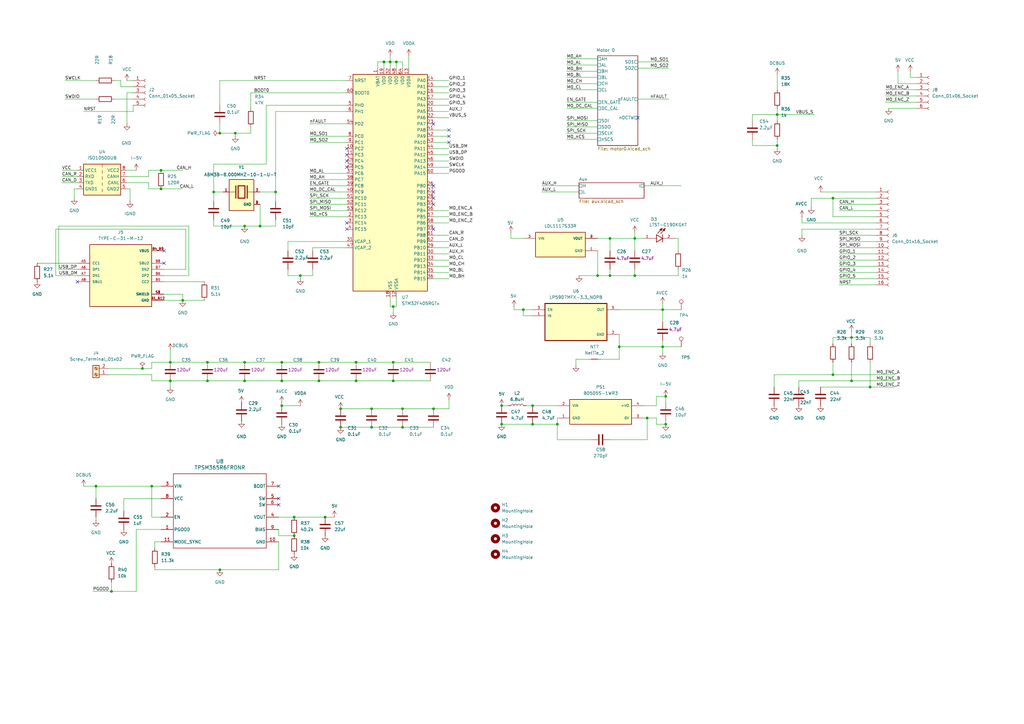
<source format=kicad_sch>
(kicad_sch (version 20231120) (generator "eeschema") (generator_version "8.0")
  (paper "A3")
  (junction (at 100.33 148.59))
  (junction (at 69.85 156.21))
  (junction (at 139.7 175.26))
  (junction (at 113.03 78.74))
  (junction (at 271.78 142.24))
  (junction (at 85.09 148.59))
  (junction (at 177.8 167.64))
  (junction (at 133.35 212.09))
  (junction (at 265.43 171.45))
  (junction (at 356.87 158.75))
  (junction (at 66.04 77.47))
  (junction (at 341.63 153.67))
  (junction (at 341.63 81.28))
  (junction (at 160.02 25.4))
  (junction (at 146.05 156.21))
  (junction (at 100.33 92.71))
  (junction (at 69.85 148.59))
  (junction (at 123.19 113.03))
  (junction (at 87.63 78.74))
  (junction (at 271.78 127))
  (junction (at 152.4 167.64))
  (junction (at 85.09 156.21))
  (junction (at 157.48 25.4))
  (junction (at 161.29 148.59))
  (junction (at 146.05 148.59))
  (junction (at 254 142.24))
  (junction (at 318.77 59.69))
  (junction (at 74.93 123.19))
  (junction (at 96.52 54.61))
  (junction (at 273.05 173.99))
  (junction (at 62.23 199.39))
  (junction (at 152.4 175.26))
  (junction (at 115.57 166.37))
  (junction (at 349.25 156.21))
  (junction (at 250.19 97.79))
  (junction (at 161.29 156.21))
  (junction (at 58.42 151.13))
  (junction (at 260.35 97.79))
  (junction (at 45.72 242.57))
  (junction (at 165.1 175.26))
  (junction (at 349.25 138.43))
  (junction (at 90.17 54.61))
  (junction (at 318.77 46.99))
  (junction (at 218.44 173.99))
  (junction (at 90.17 233.68))
  (junction (at 273.05 162.56))
  (junction (at 260.35 113.03))
  (junction (at 106.68 92.71))
  (junction (at 214.63 127))
  (junction (at 218.44 166.37))
  (junction (at 130.81 156.21))
  (junction (at 161.29 125.73))
  (junction (at 162.56 25.4))
  (junction (at 139.7 167.64))
  (junction (at 115.57 148.59))
  (junction (at 205.74 173.99))
  (junction (at 39.37 199.39))
  (junction (at 120.65 212.09))
  (junction (at 228.6 173.99))
  (junction (at 66.04 69.85))
  (junction (at 205.74 166.37))
  (junction (at 120.65 219.71))
  (junction (at 100.33 156.21))
  (junction (at 165.1 167.64))
  (junction (at 250.19 113.03))
  (junction (at 130.81 148.59))
  (junction (at 115.57 156.21))
  (junction (at 245.11 113.03))
  (no_connect (at 177.8 93.98))
  (no_connect (at 142.24 93.98))
  (no_connect (at 177.8 78.74))
  (no_connect (at 142.24 68.58))
  (no_connect (at 142.24 63.5))
  (no_connect (at 114.3 207.01))
  (no_connect (at 261.62 48.26))
  (no_connect (at 177.8 76.2))
  (no_connect (at 114.3 199.39))
  (no_connect (at 177.8 83.82))
  (no_connect (at 177.8 81.28))
  (no_connect (at 67.31 102.87))
  (no_connect (at 31.75 115.57))
  (no_connect (at 142.24 91.44))
  (no_connect (at 114.3 204.47))
  (no_connect (at 184.15 53.34))
  (no_connect (at 177.8 50.8))
  (no_connect (at 67.31 107.95))
  (no_connect (at 142.24 60.96))
  (no_connect (at 184.15 58.42))
  (no_connect (at 184.15 55.88))
  (no_connect (at 142.24 66.04))
  (wire (pts (xy 69.85 158.75) (xy 69.85 156.21)))
  (wire (pts (xy 67.31 120.65) (xy 74.93 120.65)))
  (wire (pts (xy 100.33 92.71) (xy 106.68 92.71)))
  (wire (pts (xy 341.63 148.59) (xy 341.63 153.67)))
  (wire (pts (xy 30.48 77.47) (xy 30.48 81.28)))
  (wire (pts (xy 318.77 59.69) (xy 318.77 60.96)))
  (wire (pts (xy 113.03 92.71) (xy 113.03 90.17)))
  (wire (pts (xy 274.32 27.94) (xy 261.62 27.94)))
  (wire (pts (xy 177.8 86.36) (xy 184.15 86.36)))
  (wire (pts (xy 341.63 81.28) (xy 341.63 88.9)))
  (wire (pts (xy 160.02 22.86) (xy 160.02 25.4)))
  (wire (pts (xy 237.49 78.74) (xy 222.25 78.74)))
  (wire (pts (xy 24.13 92.71) (xy 77.47 92.71)))
  (wire (pts (xy 177.8 88.9) (xy 184.15 88.9)))
  (wire (pts (xy 359.41 93.98) (xy 328.93 93.98)))
  (wire (pts (xy 328.93 91.44) (xy 328.93 88.9)))
  (wire (pts (xy 106.68 83.82) (xy 106.68 92.71)))
  (wire (pts (xy 127 50.8) (xy 142.24 50.8)))
  (wire (pts (xy 113.03 45.72) (xy 113.03 78.74)))
  (wire (pts (xy 74.93 120.65) (xy 74.93 123.19)))
  (wire (pts (xy 113.03 78.74) (xy 113.03 82.55)))
  (wire (pts (xy 127 76.2) (xy 142.24 76.2)))
  (wire (pts (xy 55.88 242.57) (xy 55.88 217.17)))
  (wire (pts (xy 177.8 45.72) (xy 184.15 45.72)))
  (wire (pts (xy 356.87 158.75) (xy 367.03 158.75)))
  (wire (pts (xy 162.56 25.4) (xy 162.56 27.94)))
  (wire (pts (xy 123.19 114.3) (xy 123.19 113.03)))
  (wire (pts (xy 245.11 57.15) (xy 232.41 57.15)))
  (wire (pts (xy 368.3 34.29) (xy 368.3 29.21)))
  (wire (pts (xy 66.04 77.47) (xy 74.93 77.47)))
  (wire (pts (xy 34.29 45.72) (xy 54.61 45.72)))
  (wire (pts (xy 85.09 148.59) (xy 100.33 148.59)))
  (wire (pts (xy 127 71.12) (xy 142.24 71.12)))
  (wire (pts (xy 184.15 96.52) (xy 177.8 96.52)))
  (wire (pts (xy 375.92 39.37) (xy 363.22 39.37)))
  (wire (pts (xy 327.66 156.21) (xy 349.25 156.21)))
  (wire (pts (xy 69.85 156.21) (xy 85.09 156.21)))
  (wire (pts (xy 269.24 171.45) (xy 265.43 171.45)))
  (wire (pts (xy 336.55 158.75) (xy 356.87 158.75)))
  (wire (pts (xy 62.23 148.59) (xy 62.23 151.13)))
  (wire (pts (xy 77.47 92.71) (xy 77.47 113.03)))
  (wire (pts (xy 114.3 222.25) (xy 114.3 233.68)))
  (wire (pts (xy 157.48 25.4) (xy 160.02 25.4)))
  (wire (pts (xy 154.94 25.4) (xy 157.48 25.4)))
  (wire (pts (xy 359.41 96.52) (xy 344.17 96.52)))
  (wire (pts (xy 118.11 113.03) (xy 123.19 113.03)))
  (wire (pts (xy 142.24 83.82) (xy 127 83.82)))
  (wire (pts (xy 273.05 172.72) (xy 273.05 173.99)))
  (wire (pts (xy 278.13 113.03) (xy 260.35 113.03)))
  (wire (pts (xy 154.94 27.94) (xy 154.94 25.4)))
  (wire (pts (xy 308.61 46.99) (xy 318.77 46.99)))
  (wire (pts (xy 245.11 102.87) (xy 245.11 113.03)))
  (wire (pts (xy 341.63 138.43) (xy 349.25 138.43)))
  (wire (pts (xy 58.42 151.13) (xy 62.23 151.13)))
  (wire (pts (xy 69.85 148.59) (xy 62.23 148.59)))
  (wire (pts (xy 60.96 77.47) (xy 66.04 77.47)))
  (wire (pts (xy 165.1 167.64) (xy 177.8 167.64)))
  (wire (pts (xy 336.55 78.74) (xy 359.41 78.74)))
  (wire (pts (xy 359.41 101.6) (xy 344.17 101.6)))
  (wire (pts (xy 271.78 142.24) (xy 279.4 142.24)))
  (wire (pts (xy 45.72 242.57) (xy 55.88 242.57)))
  (wire (pts (xy 177.8 55.88) (xy 184.15 55.88)))
  (wire (pts (xy 318.77 46.99) (xy 318.77 49.53)))
  (wire (pts (xy 184.15 71.12) (xy 177.8 71.12)))
  (wire (pts (xy 250.19 110.49) (xy 250.19 113.03)))
  (wire (pts (xy 250.19 180.34) (xy 265.43 180.34)))
  (wire (pts (xy 205.74 173.99) (xy 218.44 173.99)))
  (wire (pts (xy 15.24 107.95) (xy 31.75 107.95)))
  (wire (pts (xy 237.49 76.2) (xy 222.25 76.2)))
  (wire (pts (xy 77.47 113.03) (xy 67.31 113.03)))
  (wire (pts (xy 152.4 175.26) (xy 165.1 175.26)))
  (wire (pts (xy 214.63 127) (xy 218.44 127)))
  (wire (pts (xy 375.92 41.91) (xy 363.22 41.91)))
  (wire (pts (xy 152.4 167.64) (xy 165.1 167.64)))
  (wire (pts (xy 52.07 69.85) (xy 55.88 69.85)))
  (wire (pts (xy 318.77 46.99) (xy 334.01 46.99)))
  (wire (pts (xy 349.25 156.21) (xy 367.03 156.21)))
  (wire (pts (xy 22.86 113.03) (xy 31.75 113.03)))
  (wire (pts (xy 271.78 127) (xy 271.78 124.46)))
  (wire (pts (xy 62.23 199.39) (xy 62.23 212.09)))
  (wire (pts (xy 245.11 52.07) (xy 232.41 52.07)))
  (wire (pts (xy 142.24 43.18) (xy 109.22 43.18)))
  (wire (pts (xy 142.24 88.9) (xy 127 88.9)))
  (wire (pts (xy 177.8 60.96) (xy 184.15 60.96)))
  (wire (pts (xy 160.02 125.73) (xy 161.29 125.73)))
  (wire (pts (xy 66.04 69.85) (xy 74.93 69.85)))
  (wire (pts (xy 269.24 173.99) (xy 269.24 171.45)))
  (wire (pts (xy 317.5 158.75) (xy 317.5 153.67)))
  (wire (pts (xy 210.82 125.73) (xy 210.82 127)))
  (wire (pts (xy 52.07 74.93) (xy 60.96 74.93)))
  (wire (pts (xy 90.17 50.8) (xy 90.17 54.61)))
  (wire (pts (xy 142.24 81.28) (xy 127 81.28)))
  (wire (pts (xy 245.11 24.13) (xy 232.41 24.13)))
  (wire (pts (xy 66.04 204.47) (xy 50.8 204.47)))
  (wire (pts (xy 102.87 54.61) (xy 102.87 52.07)))
  (wire (pts (xy 359.41 116.84) (xy 344.17 116.84)))
  (wire (pts (xy 278.13 97.79) (xy 278.13 102.87)))
  (wire (pts (xy 349.25 135.89) (xy 349.25 138.43)))
  (wire (pts (xy 250.19 113.03) (xy 260.35 113.03)))
  (wire (pts (xy 254 142.24) (xy 254 147.32)))
  (wire (pts (xy 318.77 44.45) (xy 318.77 46.99)))
  (wire (pts (xy 237.49 113.03) (xy 245.11 113.03)))
  (wire (pts (xy 25.4 72.39) (xy 31.75 72.39)))
  (wire (pts (xy 162.56 125.73) (xy 162.56 121.92)))
  (wire (pts (xy 133.35 212.09) (xy 137.16 212.09)))
  (wire (pts (xy 177.8 58.42) (xy 184.15 58.42)))
  (wire (pts (xy 46.99 40.64) (xy 54.61 40.64)))
  (wire (pts (xy 318.77 30.48) (xy 318.77 36.83)))
  (wire (pts (xy 45.72 238.76) (xy 45.72 242.57)))
  (wire (pts (xy 161.29 156.21) (xy 176.53 156.21)))
  (wire (pts (xy 359.41 106.68) (xy 344.17 106.68)))
  (wire (pts (xy 359.41 109.22) (xy 344.17 109.22)))
  (wire (pts (xy 114.3 212.09) (xy 120.65 212.09)))
  (wire (pts (xy 245.11 54.61) (xy 232.41 54.61)))
  (wire (pts (xy 308.61 49.53) (xy 308.61 46.99)))
  (wire (pts (xy 123.19 113.03) (xy 128.27 113.03)))
  (wire (pts (xy 128.27 113.03) (xy 128.27 110.49)))
  (wire (pts (xy 128.27 102.87) (xy 128.27 101.6)))
  (wire (pts (xy 184.15 99.06) (xy 177.8 99.06)))
  (wire (pts (xy 74.93 123.19) (xy 67.31 123.19)))
  (wire (pts (xy 260.35 102.87) (xy 260.35 97.79)))
  (wire (pts (xy 318.77 59.69) (xy 308.61 59.69)))
  (wire (pts (xy 269.24 162.56) (xy 273.05 162.56)))
  (wire (pts (xy 118.11 99.06) (xy 118.11 102.87)))
  (wire (pts (xy 271.78 127) (xy 271.78 132.08)))
  (wire (pts (xy 76.2 110.49) (xy 76.2 93.98)))
  (wire (pts (xy 245.11 29.21) (xy 232.41 29.21)))
  (wire (pts (xy 142.24 55.88) (xy 127 55.88)))
  (wire (pts (xy 115.57 166.37) (xy 123.19 166.37)))
  (wire (pts (xy 127 73.66) (xy 142.24 73.66)))
  (wire (pts (xy 90.17 33.02) (xy 90.17 43.18)))
  (wire (pts (xy 245.11 31.75) (xy 232.41 31.75)))
  (wire (pts (xy 52.07 72.39) (xy 60.96 72.39)))
  (wire (pts (xy 120.65 212.09) (xy 133.35 212.09)))
  (wire (pts (xy 356.87 148.59) (xy 356.87 158.75)))
  (wire (pts (xy 177.8 167.64) (xy 184.15 167.64)))
  (wire (pts (xy 177.8 33.02) (xy 184.15 33.02)))
  (wire (pts (xy 22.86 93.98) (xy 22.86 113.03)))
  (wire (pts (xy 245.11 41.91) (xy 232.41 41.91)))
  (wire (pts (xy 359.41 104.14) (xy 344.17 104.14)))
  (wire (pts (xy 25.4 69.85) (xy 31.75 69.85)))
  (wire (pts (xy 24.13 110.49) (xy 31.75 110.49)))
  (wire (pts (xy 63.5 224.79) (xy 63.5 222.25)))
  (wire (pts (xy 177.8 91.44) (xy 184.15 91.44)))
  (wire (pts (xy 128.27 101.6) (xy 142.24 101.6)))
  (wire (pts (xy 24.13 110.49) (xy 24.13 92.71)))
  (wire (pts (xy 317.5 153.67) (xy 341.63 153.67)))
  (wire (pts (xy 328.93 93.98) (xy 328.93 96.52)))
  (wire (pts (xy 184.15 163.83) (xy 184.15 167.64)))
  (wire (pts (xy 167.64 22.86) (xy 167.64 27.94)))
  (wire (pts (xy 341.63 81.28) (xy 332.74 81.28)))
  (wire (pts (xy 332.74 81.28) (xy 332.74 85.09)))
  (wire (pts (xy 341.63 153.67) (xy 367.03 153.67)))
  (wire (pts (xy 106.68 78.74) (xy 113.03 78.74)))
  (wire (pts (xy 39.37 199.39) (xy 39.37 204.47)))
  (wire (pts (xy 177.8 38.1) (xy 184.15 38.1)))
  (wire (pts (xy 210.82 127) (xy 214.63 127)))
  (wire (pts (xy 85.09 156.21) (xy 100.33 156.21)))
  (wire (pts (xy 349.25 148.59) (xy 349.25 156.21)))
  (wire (pts (xy 38.1 242.57) (xy 45.72 242.57)))
  (wire (pts (xy 276.86 97.79) (xy 278.13 97.79)))
  (wire (pts (xy 245.11 26.67) (xy 232.41 26.67)))
  (wire (pts (xy 359.41 91.44) (xy 328.93 91.44)))
  (wire (pts (xy 142.24 99.06) (xy 118.11 99.06)))
  (wire (pts (xy 177.8 66.04) (xy 184.15 66.04)))
  (wire (pts (xy 63.5 233.68) (xy 90.17 233.68)))
  (wire (pts (xy 31.75 77.47) (xy 30.48 77.47)))
  (wire (pts (xy 100.33 148.59) (xy 115.57 148.59)))
  (wire (pts (xy 254 142.24) (xy 271.78 142.24)))
  (wire (pts (xy 373.38 31.75) (xy 373.38 29.21)))
  (wire (pts (xy 130.81 148.59) (xy 146.05 148.59)))
  (wire (pts (xy 50.8 204.47) (xy 50.8 209.55)))
  (wire (pts (xy 114.3 219.71) (xy 120.65 219.71)))
  (wire (pts (xy 254 137.16) (xy 254 142.24)))
  (wire (pts (xy 63.5 232.41) (xy 63.5 233.68)))
  (wire (pts (xy 118.11 110.49) (xy 118.11 113.03)))
  (wire (pts (xy 90.17 233.68) (xy 114.3 233.68)))
  (wire (pts (xy 250.19 97.79) (xy 250.19 102.87)))
  (wire (pts (xy 273.05 162.56) (xy 273.05 165.1)))
  (wire (pts (xy 87.63 90.17) (xy 87.63 92.71)))
  (wire (pts (xy 115.57 148.59) (xy 130.81 148.59)))
  (wire (pts (xy 254 127) (xy 271.78 127)))
  (wire (pts (xy 87.63 67.31) (xy 109.22 67.31)))
  (wire (pts (xy 52.07 38.1) (xy 52.07 50.8)))
  (wire (pts (xy 184.15 114.3) (xy 177.8 114.3)))
  (wire (pts (xy 102.87 38.1) (xy 102.87 44.45)))
  (wire (pts (xy 69.85 148.59) (xy 85.09 148.59)))
  (wire (pts (xy 236.22 147.32) (xy 236.22 149.86)))
  (wire (pts (xy 161.29 125.73) (xy 161.29 128.27)))
  (wire (pts (xy 52.07 77.47) (xy 53.34 77.47)))
  (wire (pts (xy 130.81 156.21) (xy 146.05 156.21)))
  (wire (pts (xy 34.29 199.39) (xy 39.37 199.39)))
  (wire (pts (xy 368.3 34.29) (xy 375.92 34.29)))
  (wire (pts (xy 54.61 45.72) (xy 54.61 43.18)))
  (wire (pts (xy 341.63 138.43) (xy 341.63 140.97)))
  (wire (pts (xy 62.23 212.09) (xy 66.04 212.09)))
  (wire (pts (xy 109.22 43.18) (xy 109.22 67.31)))
  (wire (pts (xy 177.8 68.58) (xy 184.15 68.58)))
  (wire (pts (xy 83.82 123.19) (xy 74.93 123.19)))
  (wire (pts (xy 279.4 127) (xy 271.78 127)))
  (wire (pts (xy 271.78 144.78) (xy 271.78 142.24)))
  (wire (pts (xy 62.23 153.67) (xy 62.23 156.21)))
  (wire (pts (xy 274.32 25.4) (xy 261.62 25.4)))
  (wire (pts (xy 165.1 25.4) (xy 165.1 27.94)))
  (wire (pts (xy 142.24 58.42) (xy 127 58.42)))
  (wire (pts (xy 318.77 57.15) (xy 318.77 59.69)))
  (wire (pts (xy 54.61 38.1) (xy 52.07 38.1)))
  (wire (pts (xy 215.9 166.37) (xy 218.44 166.37)))
  (wire (pts (xy 115.57 165.1) (xy 115.57 166.37)))
  (wire (pts (xy 344.17 86.36) (xy 359.41 86.36)))
  (wire (pts (xy 60.96 72.39) (xy 60.96 69.85)))
  (wire (pts (xy 245.11 44.45) (xy 232.41 44.45)))
  (wire (pts (xy 209.55 97.79) (xy 209.55 95.25)))
  (wire (pts (xy 115.57 156.21) (xy 130.81 156.21)))
  (wire (pts (xy 245.11 113.03) (xy 250.19 113.03)))
  (wire (pts (xy 278.13 110.49) (xy 278.13 113.03)))
  (wire (pts (xy 228.6 173.99) (xy 228.6 171.45)))
  (wire (pts (xy 139.7 167.64) (xy 152.4 167.64)))
  (wire (pts (xy 46.99 33.02) (xy 49.53 33.02)))
  (wire (pts (xy 375.92 31.75) (xy 373.38 31.75)))
  (wire (pts (xy 165.1 175.26) (xy 177.8 175.26)))
  (wire (pts (xy 102.87 38.1) (xy 142.24 38.1)))
  (wire (pts (xy 359.41 114.3) (xy 344.17 114.3)))
  (wire (pts (xy 274.32 40.64) (xy 261.62 40.64)))
  (wire (pts (xy 228.6 173.99) (xy 228.6 180.34)))
  (wire (pts (xy 214.63 127) (xy 214.63 129.54)))
  (wire (pts (xy 90.17 54.61) (xy 96.52 54.61)))
  (wire (pts (xy 327.66 158.75) (xy 327.66 156.21)))
  (wire (pts (xy 349.25 138.43) (xy 356.87 138.43)))
  (wire (pts (xy 356.87 138.43) (xy 356.87 140.97)))
  (wire (pts (xy 142.24 78.74) (xy 127 78.74)))
  (wire (pts (xy 260.35 113.03) (xy 260.35 110.49)))
  (wire (pts (xy 245.11 49.53) (xy 232.41 49.53)))
  (wire (pts (xy 161.29 125.73) (xy 162.56 125.73)))
  (wire (pts (xy 359.41 111.76) (xy 344.17 111.76)))
  (wire (pts (xy 26.67 33.02) (xy 39.37 33.02)))
  (wire (pts (xy 39.37 199.39) (xy 62.23 199.39)))
  (wire (pts (xy 228.6 180.34) (xy 242.57 180.34)))
  (wire (pts (xy 375.92 36.83) (xy 363.22 36.83)))
  (wire (pts (xy 69.85 143.51) (xy 69.85 148.59)))
  (wire (pts (xy 67.31 110.49) (xy 76.2 110.49)))
  (wire (pts (xy 62.23 199.39) (xy 66.04 199.39)))
  (wire (pts (xy 52.07 33.02) (xy 54.61 33.02)))
  (wire (pts (xy 260.35 97.79) (xy 260.35 95.25)))
  (wire (pts (xy 177.8 63.5) (xy 184.15 63.5)))
  (wire (pts (xy 177.8 106.68) (xy 184.15 106.68)))
  (wire (pts (xy 161.29 148.59) (xy 176.53 148.59)))
  (wire (pts (xy 269.24 173.99) (xy 273.05 173.99)))
  (wire (pts (xy 55.88 217.17) (xy 66.04 217.17)))
  (wire (pts (xy 364.49 44.45) (xy 375.92 44.45)))
  (wire (pts (xy 308.61 59.69) (xy 308.61 57.15)))
  (wire (pts (xy 359.41 81.28) (xy 341.63 81.28)))
  (wire (pts (xy 271.78 142.24) (xy 271.78 139.7)))
  (wire (pts (xy 54.61 35.56) (xy 49.53 35.56)))
  (wire (pts (xy 269.24 162.56) (xy 269.24 166.37)))
  (wire (pts (xy 218.44 166.37) (xy 228.6 166.37)))
  (wire (pts (xy 265.43 171.45) (xy 264.16 171.45)))
  (wire (pts (xy 87.63 78.74) (xy 91.44 78.74)))
  (wire (pts (xy 102.87 54.61) (xy 96.52 54.61)))
  (wire (pts (xy 44.45 151.13) (xy 58.42 151.13)))
  (wire (pts (xy 53.34 77.47) (xy 53.34 82.55)))
  (wire (pts (xy 106.68 92.71) (xy 113.03 92.71)))
  (wire (pts (xy 250.19 97.79) (xy 260.35 97.79)))
  (wire (pts (xy 49.53 35.56) (xy 49.53 33.02)))
  (wire (pts (xy 160.02 121.92) (xy 160.02 125.73)))
  (wire (pts (xy 344.17 83.82) (xy 359.41 83.82)))
  (wire (pts (xy 246.38 147.32) (xy 254 147.32)))
  (wire (pts (xy 265.43 180.34) (xy 265.43 171.45)))
  (wire (pts (xy 218.44 173.99) (xy 228.6 173.99)))
  (wire (pts (xy 25.4 74.93) (xy 31.75 74.93)))
  (wire (pts (xy 39.37 212.09) (xy 39.37 213.36)))
  (wire (pts (xy 184.15 101.6) (xy 177.8 101.6)))
  (wire (pts (xy 177.8 40.64) (xy 184.15 40.64)))
  (wire (pts (xy 214.63 129.54) (xy 218.44 129.54)))
  (wire (pts (xy 142.24 86.36) (xy 127 86.36)))
  (wire (pts (xy 359.41 88.9) (xy 341.63 88.9)))
  (wire (pts (xy 245.11 34.29) (xy 232.41 34.29)))
  (wire (pts (xy 114.3 217.17) (xy 114.3 219.71)))
  (wire (pts (xy 184.15 111.76) (xy 177.8 111.76)))
  (wire (pts (xy 184.15 104.14) (xy 177.8 104.14)))
  (wire (pts (xy 96.52 55.88) (xy 96.52 54.61)))
  (wire (pts (xy 44.45 153.67) (xy 62.23 153.67)))
  (wire (pts (xy 26.67 40.64) (xy 39.37 40.64)))
  (wire (pts (xy 205.74 166.37) (xy 208.28 166.37)))
  (wire (pts (xy 184.15 109.22) (xy 177.8 109.22)))
  (wire (pts (xy 87.63 92.71) (xy 100.33 92.71)))
  (wire (pts (xy 146.05 148.59) (xy 161.29 148.59)))
  (wire (pts (xy 83.82 115.57) (xy 67.31 115.57)))
  (wire (pts (xy 87.63 67.31) (xy 87.63 78.74)))
  (wire (pts (xy 63.5 222.25) (xy 66.04 222.25)))
  (wire (pts (xy 279.4 76.2) (xy 264.16 76.2)))
  (wire (pts (xy 87.63 78.74) (xy 87.63 82.55)))
  (wire (pts (xy 162.56 25.4) (xy 165.1 25.4)))
  (wire (pts (xy 349.25 138.43) (xy 349.25 140.97)))
  (wire (pts (xy 160.02 25.4) (xy 162.56 25.4)))
  (wire (pts (xy 62.23 156.21) (xy 69.85 156.21)))
  (wire (pts (xy 236.22 147.32) (xy 241.3 147.32)))
  (wire (pts (xy 60.96 74.93) (xy 60.96 77.47)))
  (wire (pts (xy 100.33 156.21) (xy 115.57 156.21)))
  (wire (pts (xy 157.48 27.94) (xy 157.48 25.4)))
  (wire (pts (xy 142.24 33.02) (xy 90.17 33.02)))
  (wire (pts (xy 245.11 97.79) (xy 250.19 97.79)))
  (wire (pts (xy 76.2 93.98) (xy 22.86 93.98)))
  (wire (pts (xy 214.63 97.79) (xy 209.55 97.79)))
  (wire (pts (xy 269.24 166.37) (xy 264.16 166.37)))
  (wire (pts (xy 359.41 99.06) (xy 344.17 99.06)))
  (wire (pts (xy 177.8 43.18) (xy 184.15 43.18)))
  (wire (pts (xy 139.7 175.26) (xy 152.4 175.26)))
  (wire (pts (xy 177.8 53.34) (xy 184.15 53.34)))
  (wire (pts (xy 146.05 156.21) (xy 161.29 156.21)))
  (wire (pts (xy 177.8 48.26) (xy 184.15 48.26)))
  (wire (pts (xy 160.02 27.94) (xy 160.02 25.4)))
  (wire (pts (xy 260.35 97.79) (xy 264.16 97.79)))
  (wire (pts (xy 142.24 45.72) (xy 113.03 45.72)))
  (wire (pts (xy 245.11 36.83) (xy 232.41 36.83)))
  (wire (pts (xy 177.8 35.56) (xy 184.15 35.56)))
  (wire (pts (xy 60.96 69.85) (xy 66.04 69.85)))
  (label "SWCLK" (at 184.15 68.58 0))
  (label "USB_DP" (at 24.13 110.49 0))
  (label "AUX_I" (at 184.15 45.72 0))
  (label "M0_CL" (at 232.41 36.83 0))
  (label "CAN_R" (at 184.15 96.52 0))
  (label "SPI_MOSI" (at 232.41 49.53 0))
  (label "SPI_SCK" (at 232.41 54.61 0))
  (label "M0_AL" (at 127 71.12 0))
  (label "SPI_SCK" (at 127 81.28 0))
  (label "PGOOD" (at 38.1 242.57 0))
  (label "SWDIO" (at 184.15 66.04 0))
  (label "M0_BH" (at 184.15 114.3 0))
  (label "M0_ENC_Z" (at 359.41 158.75 0))
  (label "EN_GATE" (at 127 76.2 0))
  (label "NRST" (at 344.17 116.84 0))
  (label "M0_DC_CAL" (at 232.41 44.45 0))
  (label "M0_ENC_A" (at 184.15 86.36 0))
  (label "SPI_MISO" (at 344.17 99.06 0))
  (label "GPIO_3" (at 184.15 38.1 0))
  (label "M0_SO1" (at 127 55.88 0))
  (label "AUX_L" (at 184.15 101.6 0))
  (label "M0_nCS" (at 232.41 57.15 0))
  (label "M0_AH" (at 127 73.66 0))
  (label "GPIO_5" (at 344.17 114.3 0))
  (label "M0_ENC_A" (at 363.22 36.83 0))
  (label "SPI_MOSI" (at 127 86.36 0))
  (label "M0_CH" (at 184.15 109.22 0))
  (label "GPIO_1" (at 344.17 104.14 0))
  (label "BOOT0" (at 104.14 38.1 0))
  (label "GPIO_4" (at 184.15 40.64 0))
  (label "SWDIO" (at 26.67 40.64 0))
  (label "SPI_MOSI" (at 344.17 101.6 0))
  (label "CAN_R" (at 25.4 72.39 0))
  (label "GPIO_4" (at 344.17 111.76 0))
  (label "M0_ENC_Z" (at 184.15 91.44 0))
  (label "NRST" (at 104.14 33.02 0))
  (label "GPIO_2" (at 184.15 35.56 0))
  (label "EN_GATE" (at 232.41 41.91 0))
  (label "CAN_D" (at 25.4 74.93 0))
  (label "CAN_H" (at 344.17 83.82 0))
  (label "M0_BL" (at 184.15 111.76 0))
  (label "USB_DM" (at 24.13 113.03 0))
  (label "M0_AL" (at 232.41 26.67 0))
  (label "M0_ENC_Z" (at 363.22 41.91 0))
  (label "SPI_MISO" (at 232.41 52.07 0))
  (label "M0_ENC_B" (at 359.41 156.21 0))
  (label "M0_AH" (at 232.41 24.13 0))
  (label "NRST" (at 34.29 45.72 0))
  (label "USB_DM" (at 184.15 60.96 0))
  (label "nFAULT" (at 266.7 40.64 0))
  (label "CAN_H" (at 72.39 69.85 0))
  (label "GPIO_1" (at 184.15 33.02 0))
  (label "AUX_L" (at 222.25 78.74 0))
  (label "M0_DC_CAL" (at 127 78.74 0))
  (label "nFAULT" (at 127 50.8 0))
  (label "GPIO_5" (at 184.15 43.18 0))
  (label "SPI_SCK" (at 344.17 96.52 0))
  (label "PGOOD" (at 184.15 71.12 0))
  (label "VBUS_S" (at 326.39 46.99 0))
  (label "SWCLK" (at 26.67 33.02 0))
  (label "CAN_L" (at 344.17 86.36 0))
  (label "M0_SO2" (at 266.7 27.94 0))
  (label "GPIO_2" (at 344.17 106.68 0))
  (label "VCC" (at 25.4 69.85 0))
  (label "AUX_I" (at 266.7 76.2 0))
  (label "USB_DP" (at 184.15 63.5 0))
  (label "M0_BL" (at 232.41 31.75 0))
  (label "M0_ENC_B" (at 184.15 88.9 0))
  (label "SPI_MISO" (at 127 83.82 0))
  (label "AUX_H" (at 222.25 76.2 0))
  (label "M0_ENC_A" (at 359.41 153.67 0))
  (label "AUX_H" (at 184.15 104.14 0))
  (label "M0_CH" (at 232.41 34.29 0))
  (label "M0_SO1" (at 266.7 25.4 0))
  (label "M0_BH" (at 232.41 29.21 0))
  (label "CAN_L" (at 73.66 77.47 0))
  (label "M0_SO2" (at 127 58.42 0))
  (label "M0_ENC_B" (at 363.22 39.37 0))
  (label "GPIO_3" (at 344.17 109.22 0))
  (label "M0_CL" (at 184.15 106.68 0))
  (label "VBUS_S" (at 184.15 48.26 0))
  (label "M0_nCS" (at 127 88.9 0))
  (label "CAN_D" (at 184.15 99.06 0))
  (symbol (lib_id "Mechanical:MountingHole") (at 203.2 208.28 0) (unit 1) (exclude_from_sim yes) (in_bom no)
    (property "Reference" "H1" (at 205.74 207.0099 0) (effects (justify left)))
    (property "Value" "MountingHole" (at 205.74 209.5499 0) (effects (justify left)))
    (property "Footprint" "MountingHole:MountingHole_2.2mm_M2" (effects (hide yes)))
    (property "Description" "Mounting Hole without connection" (effects (hide yes)))
  )
  (symbol (lib_id "LTST-C190KGKT:LTST-C190KGKT") (at 271.78 97.79 0) (unit 1)
    (property "Reference" "D3" (at 268.224 89.916 0))
    (property "Value" "LTST-C190KGKT" (at 274.066 92.202 0))
    (property "Footprint" "Diode_SMD:D_0603_1608Metric" (effects (hide yes)))
    (property "MF" "Lite-On Inc." (effects (hide yes)))
    (property "Description_1" "\nGreen 571nm LED Indication - Discrete 2V 0603 (1608 Metric)\n" (effects (hide yes)))
    (property "Package" "0603 Lite-On" (effects (hide yes)))
    (property "Price" "None" (effects (hide yes)))
    (property "SnapEDA_Link" "https://www.snapeda.com/parts/LTST-C190KGKT/Lite-On+Inc./view-part/?ref=snap" (effects (hide yes)))
    (property "MP" "LTST-C190KGKT" (effects (hide yes)))
    (property "Availability" "In Stock" (effects (hide yes)))
    (property "Check_prices" "https://www.snapeda.com/parts/LTST-C190KGKT/Lite-On+Inc./view-part/?ref=eda" (effects (hide yes)))
  )
  (symbol (lib_id "Device:R") (at 120.65 215.9 0) (unit 1)
    (property "Reference" "R37" (at 123.19 214.6299 0) (effects (justify left)))
    (property "Value" "40.2k" (at 123.19 217.1699 0) (effects (justify left)))
    (property "Footprint" "Resistor_SMD:R_0603_1608Metric" (effects (hide yes)))
    (property "Description" "Resistor" (effects (hide yes)))
  )
  (symbol (lib_id "power:GND") (at 236.22 149.86 0) (unit 1)
    (property "Reference" "#PWR039" (effects (hide yes)))
    (property "Value" "GND" (effects (hide yes)))
  )
  (symbol (lib_id "power:GND") (at 205.74 173.99 0) (unit 1)
    (property "Reference" "#PWR043" (effects (hide yes)))
    (property "Value" "GND" (at 205.74 179.07 0))
    (property "Description" "Power symbol creates a global label with name \"GND\" , ground" (effects (hide yes)))
  )
  (symbol (lib_id "power:VCC") (at 260.35 95.25 0) (unit 1)
    (property "Reference" "#PWR037" (effects (hide yes)))
    (property "Value" "VCC" (at 260.35 90.17 0))
    (property "Description" "Power symbol creates a global label with name \"VCC\"" (effects (hide yes)))
  )
  (symbol (lib_id "power:GND") (at 123.19 114.3 0) (unit 1)
    (property "Reference" "#PWR076" (effects (hide yes)))
    (property "Value" "GND" (at 123.19 119.38 0))
    (property "Description" "Power symbol creates a global label with name \"GND\" , ground" (effects (hide yes)))
  )
  (symbol (lib_id "power:GND") (at 364.49 44.45 0) (unit 1)
    (property "Reference" "#PWR058" (effects (hide yes)))
    (property "Value" "GND" (at 364.49 49.53 0))
    (property "Description" "Power symbol creates a global label with name \"GND\" , ground" (effects (hide yes)))
  )
  (symbol (lib_id "power:+5V") (at 34.29 199.39 0) (unit 1)
    (property "Reference" "#PWR088" (effects (hide yes)))
    (property "Value" "DCBUS" (at 34.29 194.818 0))
  )
  (symbol (lib_id "Device:C") (at 39.37 208.28 0) (unit 1)
    (property "Reference" "C56" (at 43.18 207.0099 0) (effects (justify left)))
    (property "Value" "2.2uF" (at 43.18 209.5499 0) (effects (justify left)))
    (property "Footprint" "Capacitor_SMD:C_1210_3225Metric" (effects (hide yes)))
    (property "Description" "Unpolarized capacitor" (effects (hide yes)))
  )
  (symbol (lib_id "Interface_CAN_LIN:ISO1050DUB") (at 41.91 72.39 0) (unit 1)
    (property "Reference" "U4" (at 41.91 62.23 0))
    (property "Value" "ISO1050DUB" (at 41.91 64.77 0))
    (property "Footprint" "Package_SO:SOP-8_6.62x9.15mm_P2.54mm" (effects (hide yes)))
    (property "Datasheet" "http://www.ti.com/lit/ds/symlink/iso1050.pdf" (effects (hide yes)))
    (property "Description" "Isolated CAN Transceiver, SOP-8" (effects (hide yes)))
  )
  (symbol (lib_id "B0505S-1WR3:B0505S-1WR3") (at 246.38 168.91 0) (unit 1)
    (property "Reference" "PS1" (at 246.38 158.75 0))
    (property "Value" "B0505S-1WR3" (at 246.38 161.29 0))
    (property "Footprint" "Resistor_THT:R_Array_SIP4" (effects (hide yes)))
    (property "MF" "Mornsun America, LLC" (effects (hide yes)))
    (property "MAXIMUM_PACKAGE_HEIGHT" "10.41 mm" (effects (hide yes)))
    (property "Package" "SIP-4-4 MORNSUN" (effects (hide yes)))
    (property "Price" "None" (effects (hide yes)))
    (property "Check_prices" "https://www.snapeda.com/parts/B0505S-1WR3/MORNSUN/view-part/?ref=eda" (effects (hide yes)))
    (property "STANDARD" "Manufacturer Recommendations" (effects (hide yes)))
    (property "PARTREV" "2018.06.29-A/2" (effects (hide yes)))
    (property "SnapEDA_Link" "https://www.snapeda.com/parts/B0505S-1WR3/MORNSUN/view-part/?ref=snap" (effects (hide yes)))
    (property "MP" "B0505S-1WR3" (effects (hide yes)))
    (property "Description_1" "\nIsolated Module DC DC Converter 1 Output 5V 200mA 4.5V - 5.5V Input\n" (effects (hide yes)))
    (property "Availability" "In Stock" (effects (hide yes)))
    (property "MANUFACTURER" "Mornsun" (effects (hide yes)))
  )
  (symbol (lib_id "Device:R") (at 83.82 119.38 0) (unit 1)
    (property "Reference" "R31" (at 86.36 118.1099 0) (effects (justify left)))
    (property "Value" "5.1k" (at 86.36 120.6499 0) (effects (justify left)))
    (property "Footprint" "Resistor_SMD:R_0603_1608Metric" (effects (hide yes)))
    (property "Description" "Resistor" (effects (hide yes)))
  )
  (symbol (lib_id "power:VCC") (at 45.72 231.14 0) (unit 1)
    (property "Reference" "#PWR095" (effects (hide yes)))
    (property "Value" "VCC" (at 45.466 226.822 0))
  )
  (symbol (lib_id "Device:R") (at 43.18 40.64 90) (unit 1)
    (property "Reference" "R19" (at 41.656 51.054 0) (effects (justify left bottom)))
    (property "Value" "22R" (at 47.244 51.054 0) (effects (justify left bottom)))
    (property "Footprint" "Resistor_SMD:R_0603_1608Metric" (effects (hide yes)))
    (property "Description" "RES SMD 22 OHM 1% 1/10W 0603" (effects (hide yes)))
    (property "SUPPLIER 1" "Digi-Key" (effects (hide yes)))
    (property "SUPPLIER PART NUMBER 1" "311-22.0HRCT-ND" (effects (hide yes)))
    (property "MANUFACTURER" "Yageo" (effects (hide yes)))
    (property "MANUFACTURER PART NUMBER" "RC0603FR-0722RL" (effects (hide yes)))
    (property "ROHS" "RoHS Compliant" (effects (hide yes)))
    (property "CATEGORY" "Resistors" (effects (hide yes)))
    (property "STOCK 1" "575303" (effects (hide yes)))
    (property "PRICING 1" "1=0.1, 10=0.014, 25=0.01, 100=0.0057, 250=0.00436, 500=0.00348, 1000=0.00257, 2500=0.00223 (USD)" (effects (hide yes)))
    (property "PACKAGING" "Cut Tape (CT)" (effects (hide yes)))
    (property "RESISTANCE (OHMS)" "22" (effects (hide yes)))
    (property "TOLERANCE" "±1%" (effects (hide yes)))
    (property "POWER (WATTS)" "0.1W, 1/10W" (effects (hide yes)))
    (property "COMPOSITION" "Thick Film" (effects (hide yes)))
    (property "FEATURES" "Moisture Resistant" (effects (hide yes)))
    (property "TEMPERATURE COEFFICIENT" "±100ppm/°C" (effects (hide yes)))
    (property "OPERATING TEMPERATURE" "-55°C ~ 155°C" (effects (hide yes)))
    (property "PACKAGE / CASE" "0603 (1608 Metric)" (effects (hide yes)))
    (property "SUPPLIER DEVICE PACKAGE" "0603" (effects (hide yes)))
    (property "SIZE / DIMENSION" "0.063\" L x 0.031\" W (1.60mm x 0.80mm)" (effects (hide yes)))
    (property "HEIGHT" "0.022\" (0.55mm)" (effects (hide yes)))
    (property "NUMBER OF TERMINATIONS" "2" (effects (hide yes)))
    (property "COMPONENTLINK1URL" "http://www.yageo.com/documents/recent/PYu-RC_Group_51_RoHS_L_04.pdf" (effects (hide yes)))
    (property "COMPONENTLINK1DESCRIPTION" "http://www.yageo.com/documents/recent/PYu-RC_Group_51_RoHS_L_04.pdf" (effects (hide yes)))
  )
  (symbol (lib_id "power:VCC") (at 139.7 167.64 0) (unit 1)
    (property "Reference" "#PWR051" (effects (hide yes)))
    (property "Value" "VCC" (at 139.192 162.814 0))
  )
  (symbol (lib_id "power:PWR_FLAG") (at 90.17 54.61 90) (unit 1)
    (property "Reference" "#FLG03" (effects (hide yes)))
    (property "Value" "PWR_FLAG" (at 86.36 54.6099 90) (effects (justify left)))
    (property "Description" "Special symbol for telling ERC where power comes from" (effects (hide yes)))
  )
  (symbol (lib_id "power:GND") (at 69.85 158.75 0) (unit 1)
    (property "Reference" "#PWR053" (effects (hide yes)))
    (property "Value" "GND" (at 69.85 163.83 0))
    (property "Description" "Power symbol creates a global label with name \"GND\" , ground" (effects (hide yes)))
  )
  (symbol (lib_id "power:GND") (at 120.65 227.33 0) (unit 1)
    (property "Reference" "#PWR094" (effects (hide yes)))
    (property "Value" "GND" (at 120.65 232.41 0))
    (property "Description" "Power symbol creates a global label with name \"GND\" , ground" (effects (hide yes)))
  )
  (symbol (lib_id "power:VDD") (at 160.02 22.86 0) (unit 1)
    (property "Reference" "#PWR077" (effects (hide yes)))
    (property "Value" "VDD" (at 160.02 17.78 0))
    (property "Description" "Power symbol creates a global label with name \"VDD\"" (effects (hide yes)))
  )
  (symbol (lib_id "Device:C") (at 260.35 106.68 0) (unit 1)
    (property "Reference" "C27" (at 263.144 103.886 0) (effects (justify left bottom)))
    (property "Value" "4.7uF" (effects (hide yes)))
    (property "Footprint" "Capacitor_SMD:C_0805_2012Metric" (effects (hide yes)))
    (property "Description" "CAP CER 4.7UF 35V X5R 0805" (effects (hide yes)))
    (property "SUPPLIER 1" "Digi-Key" (effects (hide yes)))
    (property "SUPPLIER PART NUMBER 1" "490-7208-2-ND" (effects (hide yes)))
    (property "MANUFACTURER" "Murata Electronics North America" (effects (hide yes)))
    (property "ROHS" "RoHS Compliant" (effects (hide yes)))
    (property "CATEGORY" "Capacitors" (effects (hide yes)))
    (property "PRICING 1" "4000=0.05126, 8000=0.0487, 12000=0.04613 (USD)" (effects (hide yes)))
    (property "PACKAGING" "Tape & Reel (TR)" (effects (hide yes)))
    (property "PART STATUS" "Active" (effects (hide yes)))
    (property "TOLERANCE" "±10%" (effects (hide yes)))
    (property "VOLTAGE - RATED" "35V" (effects (hide yes)))
    (property "TEMPERATURE COEFFICIENT" "X5R" (effects (hide yes)))
    (property "OPERATING TEMPERATURE" "-55°C ~ 85°C" (effects (hide yes)))
    (property "FEATURES" "Derating Recommended" (effects (hide yes)))
    (property "RATINGS" "-" (effects (hide yes)))
    (property "APPLICATIONS" "General Purpose" (effects (hide yes)))
    (property "MOUNTING TYPE" "Surface Mount, MLCC" (effects (hide yes)))
    (property "PACKAGE / CASE" "0805 (2012 Metric)" (effects (hide yes)))
    (property "SIZE / DIMENSION" "0.079\" L x 0.049\" W (2.01mm x 1.25mm)" (effects (hide yes)))
    (property "HEIGHT - SEATED (MAX)" "-" (effects (hide yes)))
    (property "THICKNESS (MAX)" "0.037\" (0.95mm)" (effects (hide yes)))
    (property "LEAD SPACING" "-" (effects (hide yes)))
    (property "LEAD STYLE" "-" (effects (hide yes)))
    (property "COMPONENTLINK1URL" "http://www.murata.com/~/media/webrenewal/support/library/catalog/products/capacitor/mlcc/c02e.ashx?la=en-us" (effects (hide yes)))
    (property "COMPONENTLINK1DESCRIPTION" "http://www.murata.com/~/media/webrenewal/support/library/catalog/products/capacitor/mlcc/c02e.ashx?la=en-us" (effects (hide yes)))
    (property "SUPPLIER 2" "Digi-Key" (effects (hide yes)))
    (property "SUPPLIER PART NUMBER 2" "490-7208-1-ND" (effects (hide yes)))
    (property "PRICING 2" "1=0.26, 10=0.177, 100=0.1002, 500=0.07076, 1000=0.06191 (USD)" (effects (hide yes)))
    (property "ALTIUM_VALUE" "4.7uF" (at 262.89 106.68 0) (effects (justify left bottom)))
    (property "STOCK" "152000" (effects (hide yes)))
    (property "MANUFACTURER PART NUMBER" "GRM219R6YA475KA73D" (effects (hide yes)))
  )
  (symbol (lib_id "Device:C") (at 50.8 213.36 0) (unit 1)
    (property "Reference" "C55" (at 54.61 212.0899 0) (effects (justify left)))
    (property "Value" "1uF" (at 54.61 214.6299 0) (effects (justify left)))
    (property "Footprint" "Capacitor_SMD:C_0603_1608Metric" (effects (hide yes)))
    (property "Description" "Unpolarized capacitor" (effects (hide yes)))
  )
  (symbol (lib_id "Device:C") (at 69.85 152.4 0) (unit 1)
    (property "Reference" "C35" (at 74.422 148.336 0) (effects (justify left bottom)))
    (property "Value" "470uF" (effects (hide yes)))
    (property "Footprint" "Capacitor_SMD:C_Elec_10x10.2" (effects (hide yes)))
    (property "Description" "CAP, FP Series, 470 µF, 25 V, Radial Can - SMD, 10 mm" (effects (hide yes)))
    (property "ALTIUM_VALUE" "120uF" (at 72.39 152.4 0) (effects (justify left bottom)))
    (property "SUPPLIER 1" "Digi-Key" (effects (hide yes)))
    (property "SUPPLIER PART NUMBER 1" "PCE4440TR-ND" (effects (hide yes)))
    (property "MANUFACTURER" "Panasonic Electronic Components" (effects (hide yes)))
    (property "ROHS" "RoHS Compliant" (effects (hide yes)))
    (property "CATEGORY" "Capacitors" (effects (hide yes)))
    (property "STOCK" "8000" (effects (hide yes)))
    (property "PRICING 1" "500=0.3571, 1000=0.30072, 2500=0.28192, 5000=0.26313, 12500=0.24997, 25000=0.24434 (USD)" (effects (hide yes)))
    (property "PACKAGING" "Tape & Reel (TR)" (effects (hide yes)))
    (property "PART STATUS" "Active" (effects (hide yes)))
    (property "TOLERANCE" "±20%" (effects (hide yes)))
    (property "ESR (EQUIVALENT SERIES RESISTANCE)" "60 mOhm @ 100kHz" (effects (hide yes)))
    (property "LIFETIME @ TEMP." "2000 Hrs @ 105°C" (effects (hide yes)))
    (property "OPERATING TEMPERATURE" "-55°C ~ 105°C" (effects (hide yes)))
    (property "POLARIZATION" "Polar" (effects (hide yes)))
    (property "APPLICATIONS" "Automotive" (effects (hide yes)))
    (property "RIPPLE CURRENT - LOW FREQUENCY" "773.5mA @ 120Hz" (effects (hide yes)))
    (property "RIPPLE CURRENT - HIGH FREQUENCY" "1.19A @ 100kHz" (effects (hide yes)))
    (property "LEAD SPACING" "-" (effects (hide yes)))
    (property "SIZE / DIMENSION" "0.394\" Dia (10.00mm)" (effects (hide yes)))
    (property "HEIGHT - SEATED (MAX)" "0.402\" (10.20mm)" (effects (hide yes)))
    (property "SURFACE MOUNT LAND SIZE" "0.406\" L x 0.406\" W (10.30mm x 10.30mm)" (effects (hide yes)))
    (property "MOUNTING TYPE" "Surface Mount" (effects (hide yes)))
    (property "PACKAGE / CASE" "Radial, Can - SMD" (effects (hide yes)))
    (property "COMPONENTLINK1URL" "http://industrial.panasonic.com/www-cgi/jvcr13pz.cgi?E+PZ+3+ABA0114+EEEFP1E471AP+7+WW" (effects (hide yes)))
    (property "COMPONENTLINK1DESCRIPTION" "http://industrial.panasonic.com/www-cgi/jvcr13pz.cgi?E+PZ+3+ABA0114+EEEFP1E471AP+7+WW" (effects (hide yes)))
    (property "SUPPLIER 2" "Digi-Key" (effects (hide yes)))
    (property "SUPPLIER PART NUMBER 2" "PCE4440CT-ND" (effects (hide yes)))
    (property "PRICING 2" "1=0.92, 10=0.702, 100=0.5025 (USD)" (effects (hide yes)))
    (property "MANUFACTURER PART NUMBER" "EEE-FP1E471AP" (effects (hide yes)))
  )
  (symbol (lib_id "Device:C") (at 99.06 168.91 0) (unit 1)
    (property "Reference" "C29" (at 101.854 166.116 0) (effects (justify left bottom)))
    (property "Value" "${CAPACITANCE}" (at 101.854 168.656 0) (effects (justify left bottom)))
    (property "Footprint" "Capacitor_SMD:C_0603_1608Metric" (effects (hide yes)))
    (property "Description" "CAP CER 2.2UF 16V X5R 0603" (effects (hide yes)))
    (property "SUPPLIER 1" "Digi-Key" (effects (hide yes)))
    (property "SUPPLIER PART NUMBER 1" "490-3296-1-ND" (effects (hide yes)))
    (property "MANUFACTURER" "Murata Electronics North America" (effects (hide yes)))
    (property "MANUFACTURER PART NUMBER" "GRM188R61C225KE15D" (effects (hide yes)))
    (property "ROHS" "RoHS Compliant" (effects (hide yes)))
    (property "CATEGORY" "Capacitors" (effects (hide yes)))
    (property "STOCK 1" "1255740" (effects (hide yes)))
    (property "PRICING 1" "1=0.12, 10=0.08, 50=0.046, 100=0.038, 250=0.032, 500=0.0268, 1000=0.022 (USD)" (effects (hide yes)))
    (property "PACKAGING" "Cut Tape (CT)" (effects (hide yes)))
    (property "CAPACITANCE" "2.2µF" (effects (hide yes)))
    (property "TOLERANCE" "±10%" (effects (hide yes)))
    (property "VOLTAGE - RATED" "16V" (effects (hide yes)))
    (property "TEMPERATURE COEFFICIENT" "X5R" (effects (hide yes)))
    (property "MOUNTING TYPE" "Surface Mount, MLCC" (effects (hide yes)))
    (property "OPERATING TEMPERATURE" "-55°C ~ 85°C" (effects (hide yes)))
    (property "APPLICATIONS" "General Purpose" (effects (hide yes)))
    (property "RATINGS" "-" (effects (hide yes)))
    (property "PACKAGE / CASE" "0603 (1608 Metric)" (effects (hide yes)))
    (property "SIZE / DIMENSION" "0.063\" L x 0.031\" W (1.60mm x 0.80mm)" (effects (hide yes)))
    (property "HEIGHT - SEATED (MAX)" "-" (effects (hide yes)))
    (property "THICKNESS (MAX)" "0.035\" (0.90mm)" (effects (hide yes)))
    (property "LEAD SPACING" "-" (effects (hide yes)))
    (property "FEATURES" "-" (effects (hide yes)))
    (property "LEAD STYLE" "-" (effects (hide yes)))
    (property "COMPONENTLINK1URL" "http://www.murata.com/~/media/webrenewal/support/library/catalog/products/capacitor/mlcc/c02e.pdf" (effects (hide yes)))
    (property "COMPONENTLINK1DESCRIPTION" "http://www.murata.com/~/media/webrenewal/support/library/catalog/products/capacitor/mlcc/c02e.pdf" (effects (hide yes)))
  )
  (symbol (lib_id "Connector:Conn_01x05_Socket") (at 59.69 38.1 0) (unit 1)
    (property "Reference" "J2" (at 60.96 36.8299 0) (effects (justify left)))
    (property "Value" "Conn_01x05_Socket" (at 60.96 39.3699 0) (effects (justify left)))
    (property "Footprint" "Connector_PinSocket_2.54mm:PinSocket_1x05_P2.54mm_Vertical" (effects (hide yes)))
    (property "Description" "Generic connector, single row, 01x05, script generated" (effects (hide yes)))
  )
  (symbol (lib_id "power:VCC") (at 271.78 124.46 0) (unit 1)
    (property "Reference" "#PWR040" (effects (hide yes)))
    (property "Value" "AVCC" (at 271.526 120.142 0))
  )
  (symbol (lib_id "Device:R") (at 66.04 73.66 0) (unit 1)
    (property "Reference" "R25" (at 68.58 72.3899 0) (effects (justify left)))
    (property "Value" "120R" (at 68.58 74.9299 0) (effects (justify left)))
    (property "Footprint" "Resistor_SMD:R_0603_1608Metric" (effects (hide yes)))
    (property "Description" "Resistor" (effects (hide yes)))
  )
  (symbol (lib_id "Device:C") (at 128.27 106.68 0) (unit 1)
    (property "Reference" "C53" (at 131.064 103.886 0) (effects (justify left bottom)))
    (property "Value" "${CAPACITANCE}" (at 131.064 106.426 0) (effects (justify left bottom)))
    (property "Footprint" "Capacitor_SMD:C_0603_1608Metric" (effects (hide yes)))
    (property "Description" "CAP CER 2.2UF 16V X5R 0603" (effects (hide yes)))
    (property "SUPPLIER 1" "Digi-Key" (effects (hide yes)))
    (property "SUPPLIER PART NUMBER 1" "490-3296-1-ND" (effects (hide yes)))
    (property "MANUFACTURER" "Murata Electronics North America" (effects (hide yes)))
    (property "MANUFACTURER PART NUMBER" "GRM188R61C225KE15D" (effects (hide yes)))
    (property "ROHS" "RoHS Compliant" (effects (hide yes)))
    (property "CATEGORY" "Capacitors" (effects (hide yes)))
    (property "STOCK 1" "1255740" (effects (hide yes)))
    (property "PRICING 1" "1=0.12, 10=0.08, 50=0.046, 100=0.038, 250=0.032, 500=0.0268, 1000=0.022 (USD)" (effects (hide yes)))
    (property "PACKAGING" "Cut Tape (CT)" (effects (hide yes)))
    (property "CAPACITANCE" "2.2µF" (effects (hide yes)))
    (property "TOLERANCE" "±10%" (effects (hide yes)))
    (property "VOLTAGE - RATED" "16V" (effects (hide yes)))
    (property "TEMPERATURE COEFFICIENT" "X5R" (effects (hide yes)))
    (property "MOUNTING TYPE" "Surface Mount, MLCC" (effects (hide yes)))
    (property "OPERATING TEMPERATURE" "-55°C ~ 85°C" (effects (hide yes)))
    (property "APPLICATIONS" "General Purpose" (effects (hide yes)))
    (property "RATINGS" "-" (effects (hide yes)))
    (property "PACKAGE / CASE" "0603 (1608 Metric)" (effects (hide yes)))
    (property "SIZE / DIMENSION" "0.063\" L x 0.031\" W (1.60mm x 0.80mm)" (effects (hide yes)))
    (property "HEIGHT - SEATED (MAX)" "-" (effects (hide yes)))
    (property "THICKNESS (MAX)" "0.035\" (0.90mm)" (effects (hide yes)))
    (property "LEAD SPACING" "-" (effects (hide yes)))
    (property "FEATURES" "-" (effects (hide yes)))
    (property "LEAD STYLE" "-" (effects (hide yes)))
    (property "COMPONENTLINK1URL" "http://www.murata.com/~/media/webrenewal/support/library/catalog/products/capacitor/mlcc/c02e.pdf" (effects (hide yes)))
    (property "COMPONENTLINK1DESCRIPTION" "http://www.murata.com/~/media/webrenewal/support/library/catalog/products/capacitor/mlcc/c02e.pdf" (effects (hide yes)))
  )
  (symbol (lib_id "Device:C") (at 165.1 171.45 0) (unit 1)
    (property "Reference" "C33" (at 167.894 176.276 0) (effects (justify left bottom)))
    (property "Value" "${CAPACITANCE}" (at 167.894 178.816 0) (effects (justify left bottom)))
    (property "Footprint" "Capacitor_SMD:C_0603_1608Metric" (effects (hide yes)))
    (property "Description" "CAP CER 0.1UF 50V X7R 0603" (effects (hide yes)))
    (property "SUPPLIER 1" "Digi-Key" (effects (hide yes)))
    (property "SUPPLIER PART NUMBER 1" "490-1519-2-ND" (effects (hide yes)))
    (property "MANUFACTURER" "Murata Electronics North America" (effects (hide yes)))
    (property "MANUFACTURER PART NUMBER" "GRM188R71H104KA93D" (effects (hide yes)))
    (property "ROHS" "RoHS Compliant" (effects (hide yes)))
    (property "CATEGORY" "Capacitors" (effects (hide yes)))
    (property "PRICING 1" "4000=0.01822, 8000=0.01663, 12000=0.01584 (USD)" (effects (hide yes)))
    (property "PACKAGING" "Tape & Reel (TR)" (effects (hide yes)))
    (property "CAPACITANCE" "0.1uF" (effects (hide yes)))
    (property "TOLERANCE" "±10%" (effects (hide yes)))
    (property "VOLTAGE - RATED" "50V" (effects (hide yes)))
    (property "TEMPERATURE COEFFICIENT" "X7R" (effects (hide yes)))
    (property "MOUNTING TYPE" "Surface Mount, MLCC" (effects (hide yes)))
    (property "OPERATING TEMPERATURE" "-55°C ~ 125°C" (effects (hide yes)))
    (property "APPLICATIONS" "General Purpose" (effects (hide yes)))
    (property "RATINGS" "-" (effects (hide yes)))
    (property "PACKAGE / CASE" "0603 (1608 Metric)" (effects (hide yes)))
    (property "SIZE / DIMENSION" "0.063\" L x 0.032\" W (1.60mm x 0.80mm)" (effects (hide yes)))
    (property "HEIGHT - SEATED (MAX)" "-" (effects (hide yes)))
    (property "THICKNESS (MAX)" "0.035\" (0.90mm)" (effects (hide yes)))
    (property "LEAD SPACING" "-" (effects (hide yes)))
    (property "FEATURES" "-" (effects (hide yes)))
    (property "LEAD STYLE" "-" (effects (hide yes)))
    (property "COMPONENTLINK1URL" "http://www.murata.com/~/media/webrenewal/support/library/catalog/products/capacitor/mlcc/c02e.ashx?la=en-us" (effects (hide yes)))
    (property "COMPONENTLINK1DESCRIPTION" "http://www.murata.com/~/media/webrenewal/support/library/catalog/products/capacitor/mlcc/c02e.ashx?la=en-us" (effects (hide yes)))
    (property "STOCK" "19812000" (effects (hide yes)))
    (property "PART STATUS" "Active" (effects (hide yes)))
    (property "SUPPLIER 2" "Digi-Key" (effects (hide yes)))
    (property "SUPPLIER PART NUMBER 2" "490-1519-1-ND" (effects (hide yes)))
    (property "PRICING 2" "1=0.12, 10=0.084, 100=0.0396, 500=0.02778, 1000=0.023 (USD)" (effects (hide yes)))
  )
  (symbol (lib_id "Device:R") (at 43.18 33.02 270) (unit 1)
    (property "Reference" "R18" (at 44.704 22.606 0) (effects (justify left bottom)))
    (property "Value" "22R" (at 39.116 22.606 0) (effects (justify left bottom)))
    (property "Footprint" "Resistor_SMD:R_0603_1608Metric" (effects (hide yes)))
    (property "Description" "RES SMD 22 OHM 1% 1/10W 0603" (effects (hide yes)))
    (property "SUPPLIER 1" "Digi-Key" (effects (hide yes)))
    (property "SUPPLIER PART NUMBER 1" "311-22.0HRCT-ND" (effects (hide yes)))
    (property "MANUFACTURER" "Yageo" (effects (hide yes)))
    (property "MANUFACTURER PART NUMBER" "RC0603FR-0722RL" (effects (hide yes)))
    (property "ROHS" "RoHS Compliant" (effects (hide yes)))
    (property "CATEGORY" "Resistors" (effects (hide yes)))
    (property "STOCK 1" "575303" (effects (hide yes)))
    (property "PRICING 1" "1=0.1, 10=0.014, 25=0.01, 100=0.0057, 250=0.00436, 500=0.00348, 1000=0.00257, 2500=0.00223 (USD)" (effects (hide yes)))
    (property "PACKAGING" "Cut Tape (CT)" (effects (hide yes)))
    (property "RESISTANCE (OHMS)" "22" (effects (hide yes)))
    (property "TOLERANCE" "±1%" (effects (hide yes)))
    (property "POWER (WATTS)" "0.1W, 1/10W" (effects (hide yes)))
    (property "COMPOSITION" "Thick Film" (effects (hide yes)))
    (property "FEATURES" "Moisture Resistant" (effects (hide yes)))
    (property "TEMPERATURE COEFFICIENT" "±100ppm/°C" (effects (hide yes)))
    (property "OPERATING TEMPERATURE" "-55°C ~ 155°C" (effects (hide yes)))
    (property "PACKAGE / CASE" "0603 (1608 Metric)" (effects (hide yes)))
    (property "SUPPLIER DEVICE PACKAGE" "0603" (effects (hide yes)))
    (property "SIZE / DIMENSION" "0.063\" L x 0.031\" W (1.60mm x 0.80mm)" (effects (hide yes)))
    (property "HEIGHT" "0.022\" (0.55mm)" (effects (hide yes)))
    (property "NUMBER OF TERMINATIONS" "2" (effects (hide yes)))
    (property "COMPONENTLINK1URL" "http://www.yageo.com/documents/recent/PYu-RC_Group_51_RoHS_L_04.pdf" (effects (hide yes)))
    (property "COMPONENTLINK1DESCRIPTION" "http://www.yageo.com/documents/recent/PYu-RC_Group_51_RoHS_L_04.pdf" (effects (hide yes)))
  )
  (symbol (lib_id "power:VDDA") (at 167.64 22.86 0) (unit 1)
    (property "Reference" "#PWR079" (effects (hide yes)))
    (property "Value" "VDDA" (at 167.64 17.78 0))
    (property "Description" "Power symbol creates a global label with name \"VDDA\"" (effects (hide yes)))
  )
  (symbol (lib_id "Connector:TestPoint") (at 279.4 127 0) (unit 1)
    (property "Reference" "TP4" (at 278.638 130.048 0) (effects (justify left bottom)))
    (property "Value" "TESTPOINT" (effects (hide yes)))
    (property "Footprint" "TestPoint:TestPoint_Pad_1.0x1.0mm" (effects (hide yes)))
    (property "Description" "SMD test pin" (effects (hide yes)))
  )
  (symbol (lib_id "Device:C") (at 152.4 171.45 0) (unit 1)
    (property "Reference" "C32" (at 155.194 176.276 0) (effects (justify left bottom)))
    (property "Value" "${CAPACITANCE}" (at 155.194 178.816 0) (effects (justify left bottom)))
    (property "Footprint" "Capacitor_SMD:C_0603_1608Metric" (effects (hide yes)))
    (property "Description" "CAP CER 0.1UF 50V X7R 0603" (effects (hide yes)))
    (property "SUPPLIER 1" "Digi-Key" (effects (hide yes)))
    (property "SUPPLIER PART NUMBER 1" "490-1519-2-ND" (effects (hide yes)))
    (property "MANUFACTURER" "Murata Electronics North America" (effects (hide yes)))
    (property "MANUFACTURER PART NUMBER" "GRM188R71H104KA93D" (effects (hide yes)))
    (property "ROHS" "RoHS Compliant" (effects (hide yes)))
    (property "CATEGORY" "Capacitors" (effects (hide yes)))
    (property "PRICING 1" "4000=0.01822, 8000=0.01663, 12000=0.01584 (USD)" (effects (hide yes)))
    (property "PACKAGING" "Tape & Reel (TR)" (effects (hide yes)))
    (property "CAPACITANCE" "0.1uF" (effects (hide yes)))
    (property "TOLERANCE" "±10%" (effects (hide yes)))
    (property "VOLTAGE - RATED" "50V" (effects (hide yes)))
    (property "TEMPERATURE COEFFICIENT" "X7R" (effects (hide yes)))
    (property "MOUNTING TYPE" "Surface Mount, MLCC" (effects (hide yes)))
    (property "OPERATING TEMPERATURE" "-55°C ~ 125°C" (effects (hide yes)))
    (property "APPLICATIONS" "General Purpose" (effects (hide yes)))
    (property "RATINGS" "-" (effects (hide yes)))
    (property "PACKAGE / CASE" "0603 (1608 Metric)" (effects (hide yes)))
    (property "SIZE / DIMENSION" "0.063\" L x 0.032\" W (1.60mm x 0.80mm)" (effects (hide yes)))
    (property "HEIGHT - SEATED (MAX)" "-" (effects (hide yes)))
    (property "THICKNESS (MAX)" "0.035\" (0.90mm)" (effects (hide yes)))
    (property "LEAD SPACING" "-" (effects (hide yes)))
    (property "FEATURES" "-" (effects (hide yes)))
    (property "LEAD STYLE" "-" (effects (hide yes)))
    (property "COMPONENTLINK1URL" "http://www.murata.com/~/media/webrenewal/support/library/catalog/products/capacitor/mlcc/c02e.ashx?la=en-us" (effects (hide yes)))
    (property "COMPONENTLINK1DESCRIPTION" "http://www.murata.com/~/media/webrenewal/support/library/catalog/products/capacitor/mlcc/c02e.ashx?la=en-us" (effects (hide yes)))
    (property "STOCK" "19812000" (effects (hide yes)))
    (property "PART STATUS" "Active" (effects (hide yes)))
    (property "SUPPLIER 2" "Digi-Key" (effects (hide yes)))
    (property "SUPPLIER PART NUMBER 2" "490-1519-1-ND" (effects (hide yes)))
    (property "PRICING 2" "1=0.12, 10=0.084, 100=0.0396, 500=0.02778, 1000=0.023 (USD)" (effects (hide yes)))
  )
  (symbol (lib_id "Device:C") (at 90.17 46.99 0) (unit 1)
    (property "Reference" "C50" (at 92.964 44.196 0) (effects (justify left bottom)))
    (property "Value" "${CAPACITANCE}" (at 92.964 46.736 0) (effects (justify left bottom)))
    (property "Footprint" "Capacitor_SMD:C_0603_1608Metric" (effects (hide yes)))
    (property "Description" "CAP CER 0.1UF 50V X7R 0603" (effects (hide yes)))
    (property "SUPPLIER 1" "Digi-Key" (effects (hide yes)))
    (property "SUPPLIER PART NUMBER 1" "490-1519-2-ND" (effects (hide yes)))
    (property "MANUFACTURER" "Murata Electronics North America" (effects (hide yes)))
    (property "MANUFACTURER PART NUMBER" "GRM188R71H104KA93D" (effects (hide yes)))
    (property "ROHS" "RoHS Compliant" (effects (hide yes)))
    (property "CATEGORY" "Capacitors" (effects (hide yes)))
    (property "PRICING 1" "4000=0.01822, 8000=0.01663, 12000=0.01584 (USD)" (effects (hide yes)))
    (property "PACKAGING" "Tape & Reel (TR)" (effects (hide yes)))
    (property "CAPACITANCE" "0.1uF" (effects (hide yes)))
    (property "TOLERANCE" "±10%" (effects (hide yes)))
    (property "VOLTAGE - RATED" "50V" (effects (hide yes)))
    (property "TEMPERATURE COEFFICIENT" "X7R" (effects (hide yes)))
    (property "MOUNTING TYPE" "Surface Mount, MLCC" (effects (hide yes)))
    (property "OPERATING TEMPERATURE" "-55°C ~ 125°C" (effects (hide yes)))
    (property "APPLICATIONS" "General Purpose" (effects (hide yes)))
    (property "RATINGS" "-" (effects (hide yes)))
    (property "PACKAGE / CASE" "0603 (1608 Metric)" (effects (hide yes)))
    (property "SIZE / DIMENSION" "0.063\" L x 0.032\" W (1.60mm x 0.80mm)" (effects (hide yes)))
    (property "HEIGHT - SEATED (MAX)" "-" (effects (hide yes)))
    (property "THICKNESS (MAX)" "0.035\" (0.90mm)" (effects (hide yes)))
    (property "LEAD SPACING" "-" (effects (hide yes)))
    (property "FEATURES" "-" (effects (hide yes)))
    (property "LEAD STYLE" "-" (effects (hide yes)))
    (property "COMPONENTLINK1URL" "http://www.murata.com/~/media/webrenewal/support/library/catalog/products/capacitor/mlcc/c02e.ashx?la=en-us" (effects (hide yes)))
    (property "COMPONENTLINK1DESCRIPTION" "http://www.murata.com/~/media/webrenewal/support/library/catalog/products/capacitor/mlcc/c02e.ashx?la=en-us" (effects (hide yes)))
    (property "STOCK" "19812000" (effects (hide yes)))
    (property "PART STATUS" "Active" (effects (hide yes)))
    (property "SUPPLIER 2" "Digi-Key" (effects (hide yes)))
    (property "SUPPLIER PART NUMBER 2" "490-1519-1-ND" (effects (hide yes)))
    (property "PRICING 2" "1=0.12, 10=0.084, 100=0.0396, 500=0.02778, 1000=0.023 (USD)" (effects (hide yes)))
  )
  (symbol (lib_id "Device:C") (at 139.7 171.45 0) (unit 1)
    (property "Reference" "C31" (at 142.494 176.276 0) (effects (justify left bottom)))
    (property "Value" "${CAPACITANCE}" (at 142.494 178.816 0) (effects (justify left bottom)))
    (property "Footprint" "Capacitor_SMD:C_0603_1608Metric" (effects (hide yes)))
    (property "Description" "CAP CER 0.1UF 50V X7R 0603" (effects (hide yes)))
    (property "SUPPLIER 1" "Digi-Key" (effects (hide yes)))
    (property "SUPPLIER PART NUMBER 1" "490-1519-2-ND" (effects (hide yes)))
    (property "MANUFACTURER" "Murata Electronics North America" (effects (hide yes)))
    (property "MANUFACTURER PART NUMBER" "GRM188R71H104KA93D" (effects (hide yes)))
    (property "ROHS" "RoHS Compliant" (effects (hide yes)))
    (property "CATEGORY" "Capacitors" (effects (hide yes)))
    (property "PRICING 1" "4000=0.01822, 8000=0.01663, 12000=0.01584 (USD)" (effects (hide yes)))
    (property "PACKAGING" "Tape & Reel (TR)" (effects (hide yes)))
    (property "CAPACITANCE" "0.1uF" (effects (hide yes)))
    (property "TOLERANCE" "±10%" (effects (hide yes)))
    (property "VOLTAGE - RATED" "50V" (effects (hide yes)))
    (property "TEMPERATURE COEFFICIENT" "X7R" (effects (hide yes)))
    (property "MOUNTING TYPE" "Surface Mount, MLCC" (effects (hide yes)))
    (property "OPERATING TEMPERATURE" "-55°C ~ 125°C" (effects (hide yes)))
    (property "APPLICATIONS" "General Purpose" (effects (hide yes)))
    (property "RATINGS" "-" (effects (hide yes)))
    (property "PACKAGE / CASE" "0603 (1608 Metric)" (effects (hide yes)))
    (property "SIZE / DIMENSION" "0.063\" L x 0.032\" W (1.60mm x 0.80mm)" (effects (hide yes)))
    (property "HEIGHT - SEATED (MAX)" "-" (effects (hide yes)))
    (property "THICKNESS (MAX)" "0.035\" (0.90mm)" (effects (hide yes)))
    (property "LEAD SPACING" "-" (effects (hide yes)))
    (property "FEATURES" "-" (effects (hide yes)))
    (property "LEAD STYLE" "-" (effects (hide yes)))
    (property "COMPONENTLINK1URL" "http://www.murata.com/~/media/webrenewal/support/library/catalog/products/capacitor/mlcc/c02e.ashx?la=en-us" (effects (hide yes)))
    (property "COMPONENTLINK1DESCRIPTION" "http://www.murata.com/~/media/webrenewal/support/library/catalog/products/capacitor/mlcc/c02e.ashx?la=en-us" (effects (hide yes)))
    (property "STOCK" "19812000" (effects (hide yes)))
    (property "PART STATUS" "Active" (effects (hide yes)))
    (property "SUPPLIER 2" "Digi-Key" (effects (hide yes)))
    (property "SUPPLIER PART NUMBER 2" "490-1519-1-ND" (effects (hide yes)))
    (property "PRICING 2" "1=0.12, 10=0.084, 100=0.0396, 500=0.02778, 1000=0.023 (USD)" (effects (hide yes)))
  )
  (symbol (lib_id "Device:C") (at 317.5 162.56 0) (unit 1)
    (property "Reference" "C45" (at 321.31 161.2899 0) (effects (justify left)))
    (property "Value" "22nF" (at 321.31 163.8299 0) (effects (justify left)))
    (property "Footprint" "Capacitor_SMD:C_0402_1005Metric" (effects (hide yes)))
    (property "Description" "Unpolarized capacitor" (effects (hide yes)))
  )
  (symbol (lib_id "MCU_ST_STM32F4:STM32F405RGTx") (at 160.02 76.2 0) (unit 1)
    (property "Reference" "U7" (at 164.7541 121.92 0) (effects (justify left)))
    (property "Value" "STM32F405RGTx" (at 164.7541 124.46 0) (effects (justify left)))
    (property "Footprint" "Package_QFP:LQFP-64_10x10mm_P0.5mm" (effects (hide yes)))
    (property "Datasheet" "https://www.st.com/resource/en/datasheet/stm32f405rg.pdf" (effects (hide yes)))
    (property "Description" "STMicroelectronics Arm Cortex-M4 MCU, 1024KB flash, 192KB RAM, 168 MHz, 1.8-3.6V, 51 GPIO, LQFP64" (effects (hide yes)))
  )
  (symbol (lib_id "power:GND") (at 39.37 213.36 0) (unit 1)
    (property "Reference" "#PWR089" (effects (hide yes)))
    (property "Value" "GND" (at 39.37 218.44 0))
    (property "Description" "Power symbol creates a global label with name \"GND\" , ground" (effects (hide yes)))
  )
  (symbol (lib_id "2024-06-02_22-14-22:TPSM365R6FRDNR") (at 66.04 199.39 0) (unit 1)
    (property "Reference" "U8" (at 90.17 189.23 0) (effects (font (size 1.524 1.524))))
    (property "Value" "TPSM365R6FRDNR" (at 90.17 191.77 0) (effects (font (size 1.524 1.524))))
    (property "Footprint" "5VPower:RDN0011A-MFG" (effects (hide yes)))
    (property "Datasheet" "TPSM365R6FRDNR" (effects (hide yes)))
  )
  (symbol (lib_id "Device:C") (at 176.53 152.4 0) (unit 1)
    (property "Reference" "C42" (at 181.102 148.336 0) (effects (justify left bottom)))
    (property "Value" "470uF" (effects (hide yes)))
    (property "Footprint" "Capacitor_SMD:C_Elec_10x10.2" (effects (hide yes)))
    (property "Description" "CAP, FP Series, 470 µF, 25 V, Radial Can - SMD, 10 mm" (effects (hide yes)))
    (property "ALTIUM_VALUE" "120uF" (at 179.07 152.4 0) (effects (justify left bottom)))
    (property "SUPPLIER 1" "Digi-Key" (effects (hide yes)))
    (property "SUPPLIER PART NUMBER 1" "PCE4440TR-ND" (effects (hide yes)))
    (property "MANUFACTURER" "Panasonic Electronic Components" (effects (hide yes)))
    (property "ROHS" "RoHS Compliant" (effects (hide yes)))
    (property "CATEGORY" "Capacitors" (effects (hide yes)))
    (property "STOCK" "8000" (effects (hide yes)))
    (property "PRICING 1" "500=0.3571, 1000=0.30072, 2500=0.28192, 5000=0.26313, 12500=0.24997, 25000=0.24434 (USD)" (effects (hide yes)))
    (property "PACKAGING" "Tape & Reel (TR)" (effects (hide yes)))
    (property "PART STATUS" "Active" (effects (hide yes)))
    (property "TOLERANCE" "±20%" (effects (hide yes)))
    (property "ESR (EQUIVALENT SERIES RESISTANCE)" "60 mOhm @ 100kHz" (effects (hide yes)))
    (property "LIFETIME @ TEMP." "2000 Hrs @ 105°C" (effects (hide yes)))
    (property "OPERATING TEMPERATURE" "-55°C ~ 105°C" (effects (hide yes)))
    (property "POLARIZATION" "Polar" (effects (hide yes)))
    (property "APPLICATIONS" "Automotive" (effects (hide yes)))
    (property "RIPPLE CURRENT - LOW FREQUENCY" "773.5mA @ 120Hz" (effects (hide yes)))
    (property "RIPPLE CURRENT - HIGH FREQUENCY" "1.19A @ 100kHz" (effects (hide yes)))
    (property "LEAD SPACING" "-" (effects (hide yes)))
    (property "SIZE / DIMENSION" "0.394\" Dia (10.00mm)" (effects (hide yes)))
    (property "HEIGHT - SEATED (MAX)" "0.402\" (10.20mm)" (effects (hide yes)))
    (property "SURFACE MOUNT LAND SIZE" "0.406\" L x 0.406\" W (10.30mm x 10.30mm)" (effects (hide yes)))
    (property "MOUNTING TYPE" "Surface Mount" (effects (hide yes)))
    (property "PACKAGE / CASE" "Radial, Can - SMD" (effects (hide yes)))
    (property "COMPONENTLINK1URL" "http://industrial.panasonic.com/www-cgi/jvcr13pz.cgi?E+PZ+3+ABA0114+EEEFP1E471AP+7+WW" (effects (hide yes)))
    (property "COMPONENTLINK1DESCRIPTION" "http://industrial.panasonic.com/www-cgi/jvcr13pz.cgi?E+PZ+3+ABA0114+EEEFP1E471AP+7+WW" (effects (hide yes)))
    (property "SUPPLIER 2" "Digi-Key" (effects (hide yes)))
    (property "SUPPLIER PART NUMBER 2" "PCE4440CT-ND" (effects (hide yes)))
    (property "PRICING 2" "1=0.92, 10=0.702, 100=0.5025 (USD)" (effects (hide yes)))
    (property "MANUFACTURER PART NUMBER" "EEE-FP1E471AP" (effects (hide yes)))
  )
  (symbol (lib_id "Device:R") (at 278.13 106.68 0) (unit 1)
    (property "Reference" "R26" (at 279.654 111.506 0) (effects (justify left bottom)))
    (property "Value" "1k" (at 279.654 114.046 0) (effects (justify left bottom)))
    (property "Footprint" "Resistor_SMD:R_0603_1608Metric" (effects (hide yes)))
    (property "Description" "RES SMD 1K OHM 1% 1/10W 0603" (effects (hide yes)))
    (property "SUPPLIER 1" "Digi-Key" (effects (hide yes)))
    (property "SUPPLIER PART NUMBER 1" "311-1.00KHRCT-ND" (effects (hide yes)))
    (property "MANUFACTURER" "Yageo" (effects (hide yes)))
    (property "ROHS" "RoHS Compliant" (effects (hide yes)))
    (property "CATEGORY" "Resistors" (effects (hide yes)))
    (property "STOCK 1" "6734836" (effects (hide yes)))
    (property "PRICING 1" "1=0.1, 10=0.014, 25=0.01, 100=0.0057, 250=0.00436, 500=0.00348, 1000=0.00257, 2500=0.00223 (USD)" (effects (hide yes)))
    (property "PACKAGING" "Cut Tape (CT)" (effects (hide yes)))
    (property "TOLERANCE" "±1%" (effects (hide yes)))
    (property "POWER (WATTS)" "0.1W, 1/10W" (effects (hide yes)))
    (property "COMPOSITION" "Thick Film" (effects (hide yes)))
    (property "FEATURES" "Moisture Resistant" (effects (hide yes)))
    (property "TEMPERATURE COEFFICIENT" "±100ppm/°C" (effects (hide yes)))
    (property "OPERATING TEMPERATURE" "-55°C ~ 155°C" (effects (hide yes)))
    (property "PACKAGE / CASE" "0603 (1608 Metric)" (effects (hide yes)))
    (property "SUPPLIER DEVICE PACKAGE" "0603" (effects (hide yes)))
    (property "SIZE / DIMENSION" "0.063\" L x 0.031\" W (1.60mm x 0.80mm)" (effects (hide yes)))
    (property "HEIGHT" "0.022\" (0.55mm)" (effects (hide yes)))
    (property "NUMBER OF TERMINATIONS" "2" (effects (hide yes)))
    (property "COMPONENTLINK1URL" "http://www.yageo.com/documents/recent/PYu-RC_Group_51_RoHS_L_04.pdf" (effects (hide yes)))
    (property "COMPONENTLINK1DESCRIPTION" "http://www.yageo.com/documents/recent/PYu-RC_Group_51_RoHS_L_04.pdf" (effects (hide yes)))
    (property "MANUFACTURER PART NUMBER" "RC0603FR-071KL" (effects (hide yes)))
    (property "RESISTANCE (OHMS)" "1k" (effects (hide yes)))
  )
  (symbol (lib_id "Device:R") (at 45.72 234.95 0) (unit 1)
    (property "Reference" "R40" (at 48.26 233.6799 0) (effects (justify left)))
    (property "Value" "10k" (at 48.26 236.2199 0) (effects (justify left)))
    (property "Footprint" "Resistor_SMD:R_0603_1608Metric" (effects (hide yes)))
    (property "Description" "Resistor" (effects (hide yes)))
  )
  (symbol (lib_id "power:GND") (at 53.34 82.55 0) (unit 1)
    (property "Reference" "#PWR033" (effects (hide yes)))
    (property "Value" "IGND" (at 53.34 87.63 0))
    (property "Description" "Power symbol creates a global label with name \"GND\" , ground" (effects (hide yes)))
  )
  (symbol (lib_id "power:GND") (at 332.74 85.09 0) (unit 1)
    (property "Reference" "#PWR059" (effects (hide yes)))
    (property "Value" "GND" (at 332.74 90.17 0))
    (property "Description" "Power symbol creates a global label with name \"GND\" , ground" (effects (hide yes)))
  )
  (symbol (lib_id "power:+5V") (at 318.77 30.48 0) (unit 1)
    (property "Reference" "#PWR087" (effects (hide yes)))
    (property "Value" "DCBUS" (at 318.77 25.908 0))
  )
  (symbol (lib_id "LDL1117S33R:LDL1117S33R") (at 229.87 100.33 0) (unit 1)
    (property "Reference" "U5" (at 229.87 90.17 0))
    (property "Value" "LDL1117S33R" (at 229.87 92.71 0))
    (property "Footprint" "Package_TO_SOT_SMD:SOT-223" (effects (hide yes)))
    (property "MF" "STMicroelectronics" (effects (hide yes)))
    (property "MAXIMUM_PACKAGE_HEIGHT" "1.8 mm" (effects (hide yes)))
    (property "Package" "SOT-223 STMicroelectronics" (effects (hide yes)))
    (property "Price" "None" (effects (hide yes)))
    (property "Check_prices" "https://www.snapeda.com/parts/LDL1117S33R/STMicroelectronics/view-part/?ref=eda" (effects (hide yes)))
    (property "STANDARD" "IPC 7351B" (effects (hide yes)))
    (property "PARTREV" "7" (effects (hide yes)))
    (property "SnapEDA_Link" "https://www.snapeda.com/parts/LDL1117S33R/STMicroelectronics/view-part/?ref=snap" (effects (hide yes)))
    (property "MP" "LDL1117S33R" (effects (hide yes)))
    (property "Description_1" "\nLinear Voltage Regulator IC Positive Fixed 1 Output 1.2A SOT-223\n" (effects (hide yes)))
    (property "SNAPEDA_PN" "LDL1117S33R" (effects (hide yes)))
    (property "Availability" "In Stock" (effects (hide yes)))
    (property "MANUFACTURER" "STMicroelectronics" (effects (hide yes)))
  )
  (symbol (lib_id "power:GND") (at 100.33 92.71 0) (unit 1)
    (property "Reference" "#PWR075" (effects (hide yes)))
    (property "Value" "GND" (at 100.33 99.06 0))
  )
  (symbol (lib_id "Device:R") (at 318.77 40.64 0) (unit 1)
    (property "Reference" "R35" (at 320.294 32.766 0) (effects (justify left bottom)))
    (property "Value" "18K" (at 320.294 35.306 0) (effects (justify left bottom)))
    (property "Footprint" "Resistor_SMD:R_0603_1608Metric" (effects (hide yes)))
    (property "Description" "RES SMD 10K OHM 1% 1/10W 0603" (effects (hide yes)))
    (property "SUPPLIER 1" "Digi-Key" (effects (hide yes)))
    (property "SUPPLIER PART NUMBER 1" "311-10.0KHRCT-ND" (effects (hide yes)))
    (property "MANUFACTURER" "Yageo" (effects (hide yes)))
    (property "MANUFACTURER PART NUMBER" "RC0603FR-0710KL" (effects (hide yes)))
    (property "ROHS" "RoHS Compliant" (effects (hide yes)))
    (property "CATEGORY" "Resistors" (effects (hide yes)))
    (property "STOCK 1" "13504930" (effects (hide yes)))
    (property "PRICING 1" "1=0.1, 10=0.014, 25=0.01, 100=0.0057, 250=0.00436, 500=0.00348, 1000=0.00257, 2500=0.00223 (USD)" (effects (hide yes)))
    (property "PACKAGING" "Cut Tape (CT)" (effects (hide yes)))
    (property "RESISTANCE (OHMS)" "10k" (effects (hide yes)))
    (property "TOLERANCE" "±1%" (effects (hide yes)))
    (property "POWER (WATTS)" "0.1W, 1/10W" (effects (hide yes)))
    (property "COMPOSITION" "Thick Film" (effects (hide yes)))
    (property "FEATURES" "Moisture Resistant" (effects (hide yes)))
    (property "TEMPERATURE COEFFICIENT" "±100ppm/°C" (effects (hide yes)))
    (property "OPERATING TEMPERATURE" "-55°C ~ 155°C" (effects (hide yes)))
    (property "PACKAGE / CASE" "0603 (1608 Metric)" (effects (hide yes)))
    (property "SUPPLIER DEVICE PACKAGE" "0603" (effects (hide yes)))
    (property "SIZE / DIMENSION" "0.063\" L x 0.031\" W (1.60mm x 0.80mm)" (effects (hide yes)))
    (property "HEIGHT" "0.022\" (0.55mm)" (effects (hide yes)))
    (property "NUMBER OF TERMINATIONS" "2" (effects (hide yes)))
    (property "COMPONENTLINK1URL" "http://www.yageo.com/documents/recent/PYu-RC_Group_51_RoHS_L_04.pdf" (effects (hide yes)))
    (property "COMPONENTLINK1DESCRIPTION" "http://www.yageo.com/documents/recent/PYu-RC_Group_51_RoHS_L_04.pdf" (effects (hide yes)))
  )
  (symbol (lib_id "Device:NetTie_2") (at 243.84 147.32 0) (unit 1) (in_bom no)
    (property "Reference" "NT7" (at 243.84 142.24 0))
    (property "Value" "NetTie_2" (at 243.84 144.78 0))
    (property "Footprint" "NetTie:NetTie-2_SMD_Pad0.5mm" (effects (hide yes)))
    (property "Description" "Net tie, 2 pins" (effects (hide yes)))
  )
  (symbol (lib_id "power:GND") (at 328.93 96.52 0) (unit 1)
    (property "Reference" "#PWR057" (effects (hide yes)))
    (property "Value" "GND" (at 328.93 102.87 0))
  )
  (symbol (lib_id "Device:C") (at 133.35 215.9 0) (unit 1)
    (property "Reference" "C57" (at 137.16 214.6299 0) (effects (justify left)))
    (property "Value" "22uf" (at 137.16 217.1699 0) (effects (justify left)))
    (property "Footprint" "Capacitor_SMD:C_2225_5664Metric" (effects (hide yes)))
    (property "Description" "Unpolarized capacitor" (effects (hide yes)))
  )
  (symbol (lib_id "power:GND") (at 318.77 60.96 0) (unit 1)
    (property "Reference" "#PWR086" (effects (hide yes)))
    (property "Value" "GND" (at 318.77 66.04 0))
    (property "Description" "Power symbol creates a global label with name \"GND\" , ground" (effects (hide yes)))
  )
  (symbol (lib_id "Device:R") (at 356.87 144.78 0) (unit 1)
    (property "Reference" "R30" (at 358.394 136.906 0) (effects (justify left bottom)))
    (property "Value" "3.3k" (at 358.394 139.446 0) (effects (justify left bottom)))
    (property "Footprint" "Resistor_SMD:R_0603_1608Metric" (effects (hide yes)))
    (property "Description" "RES SMD 3.3K OHM 1% 1/10W 0603" (effects (hide yes)))
    (property "SUPPLIER 1" "Digi-Key" (effects (hide yes)))
    (property "SUPPLIER PART NUMBER 1" "311-3.30KHRCT-ND" (effects (hide yes)))
    (property "MANUFACTURER" "Yageo" (effects (hide yes)))
    (property "ROHS" "RoHS Compliant" (effects (hide yes)))
    (property "CATEGORY" "Resistors" (effects (hide yes)))
    (property "STOCK 1" "420019" (effects (hide yes)))
    (property "PRICING 1" "1=0.1, 10=0.014, 25=0.01, 100=0.0057, 250=0.00436, 500=0.00348, 1000=0.00257, 2500=0.00223 (USD)" (effects (hide yes)))
    (property "PACKAGING" "Cut Tape (CT)" (effects (hide yes)))
    (property "TOLERANCE" "±1%" (effects (hide yes)))
    (property "POWER (WATTS)" "0.1W, 1/10W" (effects (hide yes)))
    (property "COMPOSITION" "Thick Film" (effects (hide yes)))
    (property "FEATURES" "Moisture Resistant" (effects (hide yes)))
    (property "TEMPERATURE COEFFICIENT" "±100ppm/°C" (effects (hide yes)))
    (property "OPERATING TEMPERATURE" "-55°C ~ 155°C" (effects (hide yes)))
    (property "PACKAGE / CASE" "0603 (1608 Metric)" (effects (hide yes)))
    (property "SUPPLIER DEVICE PACKAGE" "0603" (effects (hide yes)))
    (property "SIZE / DIMENSION" "0.063\" L x 0.031\" W (1.60mm x 0.80mm)" (effects (hide yes)))
    (property "HEIGHT" "0.022\" (0.55mm)" (effects (hide yes)))
    (property "NUMBER OF TERMINATIONS" "2" (effects (hide yes)))
    (property "COMPONENTLINK1URL" "http://www.yageo.com/documents/recent/PYu-RC_Group_51_RoHS_L_04.pdf" (effects (hide yes)))
    (property "COMPONENTLINK1DESCRIPTION" "http://www.yageo.com/documents/recent/PYu-RC_Group_51_RoHS_L_04.pdf" (effects (hide yes)))
    (property "MANUFACTURER PART NUMBER" "RC0603FR-073K3L" (effects (hide yes)))
    (property "RESISTANCE (OHMS)" "3.3k" (effects (hide yes)))
  )
  (symbol (lib_id "Device:R") (at 15.24 111.76 0) (unit 1)
    (property "Reference" "R27" (at 17.78 110.4899 0) (effects (justify left)))
    (property "Value" "5.1k" (at 17.78 113.0299 0) (effects (justify left)))
    (property "Footprint" "Resistor_SMD:R_0603_1608Metric" (effects (hide yes)))
    (property "Description" "Resistor" (effects (hide yes)))
  )
  (symbol (lib_id "power:GND") (at 336.55 166.37 0) (unit 1)
    (property "Reference" "#PWR068" (effects (hide yes)))
    (property "Value" "GND" (at 336.55 171.45 0))
    (property "Description" "Power symbol creates a global label with name \"GND\" , ground" (effects (hide yes)))
  )
  (symbol (lib_id "power:GND") (at 99.06 172.72 0) (unit 1)
    (property "Reference" "#PWR047" (effects (hide yes)))
    (property "Value" "GND" (at 99.06 179.07 0))
  )
  (symbol (lib_id "Connector:Conn_01x06_Socket") (at 381 36.83 0) (unit 1)
    (property "Reference" "J8" (at 382.27 36.8299 0) (effects (justify left)))
    (property "Value" "Conn_01x06_Socket" (at 382.27 39.3699 0) (effects (justify left)))
    (property "Footprint" "Connector_PinSocket_2.54mm:PinSocket_1x06_P2.54mm_Vertical" (effects (hide yes)))
    (property "Description" "Generic connector, single row, 01x06, script generated" (effects (hide yes)))
  )
  (symbol (lib_id "Device:C") (at 246.38 180.34 270) (unit 1)
    (property "Reference" "C58" (at 246.38 184.404 90))
    (property "Value" "270pF" (at 246.38 186.944 90))
    (property "Footprint" "Capacitor_SMD:C_0402_1005Metric" (effects (hide yes)))
    (property "Description" "Unpolarized capacitor" (effects (hide yes)))
  )
  (symbol (lib_id "power:+5V") (at 368.3 29.21 0) (unit 1)
    (property "Reference" "#PWR062" (effects (hide yes)))
    (property "Value" "5V" (at 368.3 24.638 0))
  )
  (symbol (lib_id "Device:R") (at 318.77 53.34 0) (unit 1)
    (property "Reference" "R36" (at 320.294 45.466 0) (effects (justify left bottom)))
    (property "Value" "1k" (at 320.294 48.006 0) (effects (justify left bottom)))
    (property "Footprint" "Resistor_SMD:R_0603_1608Metric" (effects (hide yes)))
    (property "Description" "RES SMD 1K OHM 1% 1/10W 0603" (effects (hide yes)))
    (property "SUPPLIER 1" "Digi-Key" (effects (hide yes)))
    (property "SUPPLIER PART NUMBER 1" "311-1.00KHRCT-ND" (effects (hide yes)))
    (property "MANUFACTURER" "Yageo" (effects (hide yes)))
    (property "ROHS" "RoHS Compliant" (effects (hide yes)))
    (property "CATEGORY" "Resistors" (effects (hide yes)))
    (property "STOCK 1" "6734836" (effects (hide yes)))
    (property "PRICING 1" "1=0.1, 10=0.014, 25=0.01, 100=0.0057, 250=0.00436, 500=0.00348, 1000=0.00257, 2500=0.00223 (USD)" (effects (hide yes)))
    (property "PACKAGING" "Cut Tape (CT)" (effects (hide yes)))
    (property "TOLERANCE" "±1%" (effects (hide yes)))
    (property "POWER (WATTS)" "0.1W, 1/10W" (effects (hide yes)))
    (property "COMPOSITION" "Thick Film" (effects (hide yes)))
    (property "FEATURES" "Moisture Resistant" (effects (hide yes)))
    (property "TEMPERATURE COEFFICIENT" "±100ppm/°C" (effects (hide yes)))
    (property "OPERATING TEMPERATURE" "-55°C ~ 155°C" (effects (hide yes)))
    (property "PACKAGE / CASE" "0603 (1608 Metric)" (effects (hide yes)))
    (property "SUPPLIER DEVICE PACKAGE" "0603" (effects (hide yes)))
    (property "SIZE / DIMENSION" "0.063\" L x 0.031\" W (1.60mm x 0.80mm)" (effects (hide yes)))
    (property "HEIGHT" "0.022\" (0.55mm)" (effects (hide yes)))
    (property "NUMBER OF TERMINATIONS" "2" (effects (hide yes)))
    (property "COMPONENTLINK1URL" "http://www.yageo.com/documents/recent/PYu-RC_Group_51_RoHS_L_04.pdf" (effects (hide yes)))
    (property "COMPONENTLINK1DESCRIPTION" "http://www.yageo.com/documents/recent/PYu-RC_Group_51_RoHS_L_04.pdf" (effects (hide yes)))
    (property "MANUFACTURER PART NUMBER" "RC0603FR-071KL" (effects (hide yes)))
    (property "RESISTANCE (OHMS)" "1k" (effects (hide yes)))
  )
  (symbol (lib_id "power:PWR_FLAG") (at 58.42 151.13 0) (unit 1)
    (property "Reference" "#FLG02" (effects (hide yes)))
    (property "Value" "PWR_FLAG" (at 58.42 146.05 0))
    (property "Description" "Special symbol for telling ERC where power comes from" (effects (hide yes)))
  )
  (symbol (lib_id "power:GND") (at 30.48 81.28 0) (unit 1)
    (property "Reference" "#PWR032" (effects (hide yes)))
    (property "Value" "GND" (at 30.48 86.36 0))
    (property "Description" "Power symbol creates a global label with name \"GND\" , ground" (effects (hide yes)))
  )
  (symbol (lib_id "power:VDDA") (at 123.19 166.37 0) (unit 1)
    (property "Reference" "#PWR050" (effects (hide yes)))
    (property "Value" "VDDA" (at 123.19 161.29 0))
    (property "Description" "Power symbol creates a global label with name \"VDDA\"" (effects (hide yes)))
  )
  (symbol (lib_id "power:GND") (at 90.17 233.68 0) (unit 1)
    (property "Reference" "#PWR091" (effects (hide yes)))
    (property "Value" "GND" (at 90.17 238.76 0))
    (property "Description" "Power symbol creates a global label with name \"GND\" , ground" (effects (hide yes)))
  )
  (symbol (lib_id "power:GND") (at 327.66 166.37 0) (unit 1)
    (property "Reference" "#PWR067" (effects (hide yes)))
    (property "Value" "GND" (at 327.66 171.45 0))
    (property "Description" "Power symbol creates a global label with name \"GND\" , ground" (effects (hide yes)))
  )
  (symbol (lib_id "power:+5V") (at 137.16 212.09 0) (unit 1)
    (property "Reference" "#PWR092" (effects (hide yes)))
    (property "Value" "5V" (at 137.16 207.518 0))
  )
  (symbol (lib_id "Device:C") (at 100.33 152.4 0) (unit 1)
    (property "Reference" "C37" (at 104.902 148.336 0) (effects (justify left bottom)))
    (property "Value" "470uF" (effects (hide yes)))
    (property "Footprint" "Capacitor_SMD:C_Elec_10x10.2" (effects (hide yes)))
    (property "Description" "CAP, FP Series, 470 µF, 25 V, Radial Can - SMD, 10 mm" (effects (hide yes)))
    (property "ALTIUM_VALUE" "120uF" (at 102.87 152.4 0) (effects (justify left bottom)))
    (property "SUPPLIER 1" "Digi-Key" (effects (hide yes)))
    (property "SUPPLIER PART NUMBER 1" "PCE4440TR-ND" (effects (hide yes)))
    (property "MANUFACTURER" "Panasonic Electronic Components" (effects (hide yes)))
    (property "ROHS" "RoHS Compliant" (effects (hide yes)))
    (property "CATEGORY" "Capacitors" (effects (hide yes)))
    (property "STOCK" "8000" (effects (hide yes)))
    (property "PRICING 1" "500=0.3571, 1000=0.30072, 2500=0.28192, 5000=0.26313, 12500=0.24997, 25000=0.24434 (USD)" (effects (hide yes)))
    (property "PACKAGING" "Tape & Reel (TR)" (effects (hide yes)))
    (property "PART STATUS" "Active" (effects (hide yes)))
    (property "TOLERANCE" "±20%" (effects (hide yes)))
    (property "ESR (EQUIVALENT SERIES RESISTANCE)" "60 mOhm @ 100kHz" (effects (hide yes)))
    (property "LIFETIME @ TEMP." "2000 Hrs @ 105°C" (effects (hide yes)))
    (property "OPERATING TEMPERATURE" "-55°C ~ 105°C" (effects (hide yes)))
    (property "POLARIZATION" "Polar" (effects (hide yes)))
    (property "APPLICATIONS" "Automotive" (effects (hide yes)))
    (property "RIPPLE CURRENT - LOW FREQUENCY" "773.5mA @ 120Hz" (effects (hide yes)))
    (property "RIPPLE CURRENT - HIGH FREQUENCY" "1.19A @ 100kHz" (effects (hide yes)))
    (property "LEAD SPACING" "-" (effects (hide yes)))
    (property "SIZE / DIMENSION" "0.394\" Dia (10.00mm)" (effects (hide yes)))
    (property "HEIGHT - SEATED (MAX)" "0.402\" (10.20mm)" (effects (hide yes)))
    (property "SURFACE MOUNT LAND SIZE" "0.406\" L x 0.406\" W (10.30mm x 10.30mm)" (effects (hide yes)))
    (property "MOUNTING TYPE" "Surface Mount" (effects (hide yes)))
    (property "PACKAGE / CASE" "Radial, Can - SMD" (effects (hide yes)))
    (property "COMPONENTLINK1URL" "http://industrial.panasonic.com/www-cgi/jvcr13pz.cgi?E+PZ+3+ABA0114+EEEFP1E471AP+7+WW" (effects (hide yes)))
    (property "COMPONENTLINK1DESCRIPTION" "http://industrial.panasonic.com/www-cgi/jvcr13pz.cgi?E+PZ+3+ABA0114+EEEFP1E471AP+7+WW" (effects (hide yes)))
    (property "SUPPLIER 2" "Digi-Key" (effects (hide yes)))
    (property "SUPPLIER PART NUMBER 2" "PCE4440CT-ND" (effects (hide yes)))
    (property "PRICING 2" "1=0.92, 10=0.702, 100=0.5025 (USD)" (effects (hide yes)))
    (property "MANUFACTURER PART NUMBER" "EEE-FP1E471AP" (effects (hide yes)))
  )
  (symbol (lib_id "power:GND") (at 271.78 144.78 0) (unit 1)
    (property "Reference" "#PWR041" (effects (hide yes)))
    (property "Value" "GND" (at 271.78 149.86 0))
    (property "Description" "Power symbol creates a global label with name \"GND\" , ground" (effects (hide yes)))
  )
  (symbol (lib_id "power:GND") (at 237.49 113.03 0) (unit 1)
    (property "Reference" "#PWR036" (effects (hide yes)))
    (property "Value" "GND" (effects (hide yes)))
  )
  (symbol (lib_id "power:VCCQ") (at 69.85 143.51 0) (unit 1)
    (property "Reference" "#PWR082" (effects (hide yes)))
    (property "Value" "DCBUS" (at 73.914 141.732 0))
    (property "Description" "Power symbol creates a global label with name \"VCCQ\"" (effects (hide yes)))
  )
  (symbol (lib_id "power:VDD") (at 184.15 163.83 0) (unit 1)
    (property "Reference" "#PWR052" (effects (hide yes)))
    (property "Value" "VDD" (at 184.15 158.75 0))
    (property "Description" "Power symbol creates a global label with name \"VDD\"" (effects (hide yes)))
  )
  (symbol (lib_id "Device:C") (at 161.29 152.4 0) (unit 1)
    (property "Reference" "C41" (at 165.862 148.336 0) (effects (justify left bottom)))
    (property "Value" "470uF" (effects (hide yes)))
    (property "Footprint" "Capacitor_SMD:C_Elec_10x10.2" (effects (hide yes)))
    (property "Description" "CAP, FP Series, 470 µF, 25 V, Radial Can - SMD, 10 mm" (effects (hide yes)))
    (property "ALTIUM_VALUE" "120uF" (at 163.83 152.4 0) (effects (justify left bottom)))
    (property "SUPPLIER 1" "Digi-Key" (effects (hide yes)))
    (property "SUPPLIER PART NUMBER 1" "PCE4440TR-ND" (effects (hide yes)))
    (property "MANUFACTURER" "Panasonic Electronic Components" (effects (hide yes)))
    (property "ROHS" "RoHS Compliant" (effects (hide yes)))
    (property "CATEGORY" "Capacitors" (effects (hide yes)))
    (property "STOCK" "8000" (effects (hide yes)))
    (property "PRICING 1" "500=0.3571, 1000=0.30072, 2500=0.28192, 5000=0.26313, 12500=0.24997, 25000=0.24434 (USD)" (effects (hide yes)))
    (property "PACKAGING" "Tape & Reel (TR)" (effects (hide yes)))
    (property "PART STATUS" "Active" (effects (hide yes)))
    (property "TOLERANCE" "±20%" (effects (hide yes)))
    (property "ESR (EQUIVALENT SERIES RESISTANCE)" "60 mOhm @ 100kHz" (effects (hide yes)))
    (property "LIFETIME @ TEMP." "2000 Hrs @ 105°C" (effects (hide yes)))
    (property "OPERATING TEMPERATURE" "-55°C ~ 105°C" (effects (hide yes)))
    (property "POLARIZATION" "Polar" (effects (hide yes)))
    (property "APPLICATIONS" "Automotive" (effects (hide yes)))
    (property "RIPPLE CURRENT - LOW FREQUENCY" "773.5mA @ 120Hz" (effects (hide yes)))
    (property "RIPPLE CURRENT - HIGH FREQUENCY" "1.19A @ 100kHz" (effects (hide yes)))
    (property "LEAD SPACING" "-" (effects (hide yes)))
    (property "SIZE / DIMENSION" "0.394\" Dia (10.00mm)" (effects (hide yes)))
    (property "HEIGHT - SEATED (MAX)" "0.402\" (10.20mm)" (effects (hide yes)))
    (property "SURFACE MOUNT LAND SIZE" "0.406\" L x 0.406\" W (10.30mm x 10.30mm)" (effects (hide yes)))
    (property "MOUNTING TYPE" "Surface Mount" (effects (hide yes)))
    (property "PACKAGE / CASE" "Radial, Can - SMD" (effects (hide yes)))
    (property "COMPONENTLINK1URL" "http://industrial.panasonic.com/www-cgi/jvcr13pz.cgi?E+PZ+3+ABA0114+EEEFP1E471AP+7+WW" (effects (hide yes)))
    (property "COMPONENTLINK1DESCRIPTION" "http://industrial.panasonic.com/www-cgi/jvcr13pz.cgi?E+PZ+3+ABA0114+EEEFP1E471AP+7+WW" (effects (hide yes)))
    (property "SUPPLIER 2" "Digi-Key" (effects (hide yes)))
    (property "SUPPLIER PART NUMBER 2" "PCE4440CT-ND" (effects (hide yes)))
    (property "PRICING 2" "1=0.92, 10=0.702, 100=0.5025 (USD)" (effects (hide yes)))
    (property "MANUFACTURER PART NUMBER" "EEE-FP1E471AP" (effects (hide yes)))
  )
  (symbol (lib_id "power:+5V") (at 209.55 95.25 0) (unit 1)
    (property "Reference" "#PWR035" (effects (hide yes)))
    (property "Value" "5V" (at 209.296 91.44 0))
  )
  (symbol (lib_id "power:GND") (at 52.07 50.8 0) (unit 1)
    (property "Reference" "#PWR021" (effects (hide yes)))
    (property "Value" "GND" (at 51.816 58.674 0))
  )
  (symbol (lib_id "Device:R") (at 63.5 228.6 0) (unit 1)
    (property "Reference" "R39" (at 66.04 227.3299 0) (effects (justify left)))
    (property "Value" "11.3k" (at 66.04 229.8699 0) (effects (justify left)))
    (property "Footprint" "Resistor_SMD:R_0603_1608Metric" (effects (hide yes)))
    (property "Description" "Resistor" (effects (hide yes)))
  )
  (symbol (lib_id "Device:C") (at 87.63 86.36 0) (unit 1)
    (property "Reference" "C49" (at 90.424 91.186 0) (effects (justify left bottom)))
    (property "Value" "${CAPACITANCE}" (at 90.424 93.726 0) (effects (justify left bottom)))
    (property "Footprint" "Capacitor_SMD:C_0603_1608Metric" (effects (hide yes)))
    (property "Description" "CAP CER 10PF 50V NP0 0603" (effects (hide yes)))
    (property "SUPPLIER 1" "Digi-Key" (effects (hide yes)))
    (property "SUPPLIER PART NUMBER 1" "490-1403-1-ND" (effects (hide yes)))
    (property "MANUFACTURER" "Murata Electronics North America" (effects (hide yes)))
    (property "MANUFACTURER PART NUMBER" "GRM1885C1H100JA01D" (effects (hide yes)))
    (property "ROHS" "RoHS Compliant" (effects (hide yes)))
    (property "CATEGORY" "Capacitors" (effects (hide yes)))
    (property "STOCK 1" "450321" (effects (hide yes)))
    (property "PRICING 1" "1=0.1, 10=0.041, 50=0.0222, 100=0.0187, 250=0.01532, 500=0.0131, 1000=0.0102 (USD)" (effects (hide yes)))
    (property "PACKAGING" "Cut Tape (CT)" (effects (hide yes)))
    (property "CAPACITANCE" "10pF" (effects (hide yes)))
    (property "TOLERANCE" "±5%" (effects (hide yes)))
    (property "VOLTAGE - RATED" "50V" (effects (hide yes)))
    (property "TEMPERATURE COEFFICIENT" "C0G, NP0" (effects (hide yes)))
    (property "MOUNTING TYPE" "Surface Mount, MLCC" (effects (hide yes)))
    (property "OPERATING TEMPERATURE" "-55°C ~ 125°C" (effects (hide yes)))
    (property "APPLICATIONS" "General Purpose" (effects (hide yes)))
    (property "RATINGS" "-" (effects (hide yes)))
    (property "PACKAGE / CASE" "0603 (1608 Metric)" (effects (hide yes)))
    (property "SIZE / DIMENSION" "0.063\" L x 0.031\" W (1.60mm x 0.80mm)" (effects (hide yes)))
    (property "HEIGHT - SEATED (MAX)" "-" (effects (hide yes)))
    (property "THICKNESS (MAX)" "0.035\" (0.90mm)" (effects (hide yes)))
    (property "LEAD SPACING" "-" (effects (hide yes)))
    (property "FEATURES" "-" (effects (hide yes)))
    (property "LEAD STYLE" "-" (effects (hide yes)))
    (property "COMPONENTLINK1URL" "http://www.murata.com/~/media/webrenewal/support/library/catalog/products/capacitor/mlcc/c02e.pdf" (effects (hide yes)))
    (property "COMPONENTLINK1DESCRIPTION" "http://www.murata.com/~/media/webrenewal/support/library/catalog/products/capacitor/mlcc/c02e.pdf" (effects (hide yes)))
  )
  (symbol (lib_id "power:VCC") (at 328.93 88.9 0) (unit 1)
    (property "Reference" "#PWR056" (effects (hide yes)))
    (property "Value" "AVCC" (at 328.676 83.566 0))
  )
  (symbol (lib_id "power:GND") (at 15.24 115.57 0) (unit 1)
    (property "Reference" "#PWR054" (effects (hide yes)))
    (property "Value" "GND" (at 15.24 120.65 0))
    (property "Description" "Power symbol creates a global label with name \"GND\" , ground" (effects (hide yes)))
  )
  (symbol (lib_id "Device:C") (at 327.66 162.56 0) (mirror y) (unit 1)
    (property "Reference" "C43" (at 331.978 160.782 0) (effects (justify left)))
    (property "Value" "22nF" (at 332.994 165.1 0) (effects (justify left)))
    (property "Footprint" "Capacitor_SMD:C_0402_1005Metric" (effects (hide yes)))
    (property "Description" "Unpolarized capacitor" (effects (hide yes)))
  )
  (symbol (lib_id "Device:C") (at 308.61 53.34 0) (unit 1)
    (property "Reference" "C54" (at 311.404 50.546 0) (effects (justify left bottom)))
    (property "Value" "${CAPACITANCE}" (at 311.404 53.086 0) (effects (justify left bottom)))
    (property "Footprint" "Capacitor_SMD:C_0603_1608Metric" (effects (hide yes)))
    (property "Description" "CAP CER 2.2UF 16V X5R 0603" (effects (hide yes)))
    (property "SUPPLIER 1" "Digi-Key" (effects (hide yes)))
    (property "SUPPLIER PART NUMBER 1" "490-3296-1-ND" (effects (hide yes)))
    (property "MANUFACTURER" "Murata Electronics North America" (effects (hide yes)))
    (property "MANUFACTURER PART NUMBER" "GRM188R61C225KE15D" (effects (hide yes)))
    (property "ROHS" "RoHS Compliant" (effects (hide yes)))
    (property "CATEGORY" "Capacitors" (effects (hide yes)))
    (property "STOCK 1" "1255740" (effects (hide yes)))
    (property "PRICING 1" "1=0.12, 10=0.08, 50=0.046, 100=0.038, 250=0.032, 500=0.0268, 1000=0.022 (USD)" (effects (hide yes)))
    (property "PACKAGING" "Cut Tape (CT)" (effects (hide yes)))
    (property "CAPACITANCE" "2.2µF" (effects (hide yes)))
    (property "TOLERANCE" "±10%" (effects (hide yes)))
    (property "VOLTAGE - RATED" "16V" (effects (hide yes)))
    (property "TEMPERATURE COEFFICIENT" "X5R" (effects (hide yes)))
    (property "MOUNTING TYPE" "Surface Mount, MLCC" (effects (hide yes)))
    (property "OPERATING TEMPERATURE" "-55°C ~ 85°C" (effects (hide yes)))
    (property "APPLICATIONS" "General Purpose" (effects (hide yes)))
    (property "RATINGS" "-" (effects (hide yes)))
    (property "PACKAGE / CASE" "0603 (1608 Metric)" (effects (hide yes)))
    (property "SIZE / DIMENSION" "0.063\" L x 0.031\" W (1.60mm x 0.80mm)" (effects (hide yes)))
    (property "HEIGHT - SEATED (MAX)" "-" (effects (hide yes)))
    (property "THICKNESS (MAX)" "0.035\" (0.90mm)" (effects (hide yes)))
    (property "LEAD SPACING" "-" (effects (hide yes)))
    (property "FEATURES" "-" (effects (hide yes)))
    (property "LEAD STYLE" "-" (effects (hide yes)))
    (property "COMPONENTLINK1URL" "http://www.murata.com/~/media/webrenewal/support/library/catalog/products/capacitor/mlcc/c02e.pdf" (effects (hide yes)))
    (property "COMPONENTLINK1DESCRIPTION" "http://www.murata.com/~/media/webrenewal/support/library/catalog/products/capacitor/mlcc/c02e.pdf" (effects (hide yes)))
  )
  (symbol (lib_id "Mechanical:MountingHole") (at 203.2 214.63 0) (unit 1) (exclude_from_sim yes) (in_bom no)
    (property "Reference" "H2" (at 205.74 213.3599 0) (effects (justify left)))
    (property "Value" "MountingHole" (at 205.74 215.8999 0) (effects (justify left)))
    (property "Footprint" "MountingHole:MountingHole_2.2mm_M2" (effects (hide yes)))
    (property "Description" "Mounting Hole without connection" (effects (hide yes)))
  )
  (symbol (lib_id "Device:L") (at 212.09 166.37 90) (unit 1)
    (property "Reference" "L2" (at 212.09 161.29 90))
    (property "Value" "6.8uH" (at 212.09 163.83 90))
    (property "Footprint" "Inductor_SMD:L_0805_2012Metric" (effects (hide yes)))
    (property "Description" "Inductor" (effects (hide yes)))
  )
  (symbol (lib_id "Device:C") (at 113.03 86.36 0) (unit 1)
    (property "Reference" "C51" (at 115.824 91.186 0) (effects (justify left bottom)))
    (property "Value" "${CAPACITANCE}" (at 115.824 93.726 0) (effects (justify left bottom)))
    (property "Footprint" "Capacitor_SMD:C_0603_1608Metric" (effects (hide yes)))
    (property "Description" "CAP CER 10PF 50V NP0 0603" (effects (hide yes)))
    (property "SUPPLIER 1" "Digi-Key" (effects (hide yes)))
    (property "SUPPLIER PART NUMBER 1" "490-1403-1-ND" (effects (hide yes)))
    (property "MANUFACTURER" "Murata Electronics North America" (effects (hide yes)))
    (property "MANUFACTURER PART NUMBER" "GRM1885C1H100JA01D" (effects (hide yes)))
    (property "ROHS" "RoHS Compliant" (effects (hide yes)))
    (property "CATEGORY" "Capacitors" (effects (hide yes)))
    (property "STOCK 1" "450321" (effects (hide yes)))
    (property "PRICING 1" "1=0.1, 10=0.041, 50=0.0222, 100=0.0187, 250=0.01532, 500=0.0131, 1000=0.0102 (USD)" (effects (hide yes)))
    (property "PACKAGING" "Cut Tape (CT)" (effects (hide yes)))
    (property "CAPACITANCE" "10pF" (effects (hide yes)))
    (property "TOLERANCE" "±5%" (effects (hide yes)))
    (property "VOLTAGE - RATED" "50V" (effects (hide yes)))
    (property "TEMPERATURE COEFFICIENT" "C0G, NP0" (effects (hide yes)))
    (property "MOUNTING TYPE" "Surface Mount, MLCC" (effects (hide yes)))
    (property "OPERATING TEMPERATURE" "-55°C ~ 125°C" (effects (hide yes)))
    (property "APPLICATIONS" "General Purpose" (effects (hide yes)))
    (property "RATINGS" "-" (effects (hide yes)))
    (property "PACKAGE / CASE" "0603 (1608 Metric)" (effects (hide yes)))
    (property "SIZE / DIMENSION" "0.063\" L x 0.031\" W (1.60mm x 0.80mm)" (effects (hide yes)))
    (property "HEIGHT - SEATED (MAX)" "-" (effects (hide yes)))
    (property "THICKNESS (MAX)" "0.035\" (0.90mm)" (effects (hide yes)))
    (property "LEAD SPACING" "-" (effects (hide yes)))
    (property "FEATURES" "-" (effects (hide yes)))
    (property "LEAD STYLE" "-" (effects (hide yes)))
    (property "COMPONENTLINK1URL" "http://www.murata.com/~/media/webrenewal/support/library/catalog/products/capacitor/mlcc/c02e.pdf" (effects (hide yes)))
    (property "COMPONENTLINK1DESCRIPTION" "http://www.murata.com/~/media/webrenewal/support/library/catalog/products/capacitor/mlcc/c02e.pdf" (effects (hide yes)))
  )
  (symbol (lib_id "power:+5V") (at 205.74 166.37 0) (unit 1)
    (property "Reference" "#PWR042" (effects (hide yes)))
    (property "Value" "5V" (at 205.74 161.544 0))
  )
  (symbol (lib_id "ABM3B-8.000MHZ-10-1-U-T:ABM3B-8.000MHZ-10-1-U-T") (at 99.06 78.74 0) (unit 1)
    (property "Reference" "Y1" (at 99.06 68.58 0))
    (property "Value" "ABM3B-8.000MHZ-10-1-U-T" (at 98.552 71.628 0))
    (property "Footprint" "Crystal:Crystal_SMD_5032-4Pin_5.0x3.2mm" (effects (hide yes)))
    (property "MF" "Abracon" (effects (hide yes)))
    (property "MAXIMUM_PACKAGE_HEIGHT" "1.1 mm" (effects (hide yes)))
    (property "Package" "SMD-4 Abracon LLC" (effects (hide yes)))
    (property "Price" "None" (effects (hide yes)))
    (property "Check_prices" "https://www.snapeda.com/parts/ABM3B-8.000MHZ-10-1-U-T/Abracon+LLC/view-part/?ref=eda" (effects (hide yes)))
    (property "STANDARD" "Manufacturer Recommendations" (effects (hide yes)))
    (property "PARTREV" "08.25.15" (effects (hide yes)))
    (property "SnapEDA_Link" "https://www.snapeda.com/parts/ABM3B-8.000MHZ-10-1-U-T/Abracon+LLC/view-part/?ref=snap" (effects (hide yes)))
    (property "MP" "ABM3B-8.000MHZ-10-1-U-T" (effects (hide yes)))
    (property "Description_1" "\n8 MHz ±10ppm Crystal 10pF 200 Ohms 4-SMD, No Lead\n" (effects (hide yes)))
    (property "Availability" "In Stock" (effects (hide yes)))
    (property "MANUFACTURER" "Abracon" (effects (hide yes)))
  )
  (symbol (lib_id "Device:C") (at 177.8 171.45 0) (unit 1)
    (property "Reference" "C34" (at 180.594 176.276 0) (effects (justify left bottom)))
    (property "Value" "${CAPACITANCE}" (at 180.594 178.816 0) (effects (justify left bottom)))
    (property "Footprint" "Capacitor_SMD:C_0603_1608Metric" (effects (hide yes)))
    (property "Description" "CAP CER 0.1UF 50V X7R 0603" (effects (hide yes)))
    (property "SUPPLIER 1" "Digi-Key" (effects (hide yes)))
    (property "SUPPLIER PART NUMBER 1" "490-1519-2-ND" (effects (hide yes)))
    (property "MANUFACTURER" "Murata Electronics North America" (effects (hide yes)))
    (property "MANUFACTURER PART NUMBER" "GRM188R71H104KA93D" (effects (hide yes)))
    (property "ROHS" "RoHS Compliant" (effects (hide yes)))
    (property "CATEGORY" "Capacitors" (effects (hide yes)))
    (property "PRICING 1" "4000=0.01822, 8000=0.01663, 12000=0.01584 (USD)" (effects (hide yes)))
    (property "PACKAGING" "Tape & Reel (TR)" (effects (hide yes)))
    (property "CAPACITANCE" "0.1uF" (effects (hide yes)))
    (property "TOLERANCE" "±10%" (effects (hide yes)))
    (property "VOLTAGE - RATED" "50V" (effects (hide yes)))
    (property "TEMPERATURE COEFFICIENT" "X7R" (effects (hide yes)))
    (property "MOUNTING TYPE" "Surface Mount, MLCC" (effects (hide yes)))
    (property "OPERATING TEMPERATURE" "-55°C ~ 125°C" (effects (hide yes)))
    (property "APPLICATIONS" "General Purpose" (effects (hide yes)))
    (property "RATINGS" "-" (effects (hide yes)))
    (property "PACKAGE / CASE" "0603 (1608 Metric)" (effects (hide yes)))
    (property "SIZE / DIMENSION" "0.063\" L x 0.032\" W (1.60mm x 0.80mm)" (effects (hide yes)))
    (property "HEIGHT - SEATED (MAX)" "-" (effects (hide yes)))
    (property "THICKNESS (MAX)" "0.035\" (0.90mm)" (effects (hide yes)))
    (property "LEAD SPACING" "-" (effects (hide yes)))
    (property "FEATURES" "-" (effects (hide yes)))
    (property "LEAD STYLE" "-" (effects (hide yes)))
    (property "COMPONENTLINK1URL" "http://www.murata.com/~/media/webrenewal/support/library/catalog/products/capacitor/mlcc/c02e.ashx?la=en-us" (effects (hide yes)))
    (property "COMPONENTLINK1DESCRIPTION" "http://www.murata.com/~/media/webrenewal/support/library/catalog/products/capacitor/mlcc/c02e.ashx?la=en-us" (effects (hide yes)))
    (property "STOCK" "19812000" (effects (hide yes)))
    (property "PART STATUS" "Active" (effects (hide yes)))
    (property "SUPPLIER 2" "Digi-Key" (effects (hide yes)))
    (property "SUPPLIER PART NUMBER 2" "490-1519-1-ND" (effects (hide yes)))
    (property "PRICING 2" "1=0.12, 10=0.084, 100=0.0396, 500=0.02778, 1000=0.023 (USD)" (effects (hide yes)))
  )
  (symbol (lib_id "LP5907MFX-3.3_NOPB:LP5907MFX-3.3_NOPB") (at 236.22 132.08 0) (unit 1)
    (property "Reference" "U6" (at 236.22 119.38 0))
    (property "Value" "LP5907MFX-3.3_NOPB" (at 236.22 121.92 0))
    (property "Footprint" "Package_TO_SOT_SMD:SOT-23-5" (effects (hide yes)))
    (property "MF" "Texas Instruments" (effects (hide yes)))
    (property "Description_1" "\n250mA, Ultra-Low Noise Low-Dropout Regulator 5-SOT-23 -40 to 125\n" (effects (hide yes)))
    (property "Package" "SOT-23 Texas Instruments" (effects (hide yes)))
    (property "Price" "None" (effects (hide yes)))
    (property "SnapEDA_Link" "https://www.snapeda.com/parts/LP5907MFX3.3NOPB/Texas+Instruments/view-part/?ref=snap" (effects (hide yes)))
    (property "MP" "LP5907MFX3.3NOPB" (effects (hide yes)))
    (property "Availability" "Not in stock" (effects (hide yes)))
    (property "Check_prices" "https://www.snapeda.com/parts/LP5907MFX3.3NOPB/Texas+Instruments/view-part/?ref=eda" (effects (hide yes)))
  )
  (symbol (lib_id "Device:C") (at 250.19 106.68 0) (unit 1)
    (property "Reference" "C26" (at 252.984 103.886 0) (effects (justify left bottom)))
    (property "Value" "4.7uF" (effects (hide yes)))
    (property "Footprint" "Capacitor_SMD:C_0805_2012Metric" (effects (hide yes)))
    (property "Description" "CAP CER 4.7UF 35V X5R 0805" (effects (hide yes)))
    (property "SUPPLIER 1" "Digi-Key" (effects (hide yes)))
    (property "SUPPLIER PART NUMBER 1" "490-7208-2-ND" (effects (hide yes)))
    (property "MANUFACTURER" "Murata Electronics North America" (effects (hide yes)))
    (property "ROHS" "RoHS Compliant" (effects (hide yes)))
    (property "CATEGORY" "Capacitors" (effects (hide yes)))
    (property "PRICING 1" "4000=0.05126, 8000=0.0487, 12000=0.04613 (USD)" (effects (hide yes)))
    (property "PACKAGING" "Tape & Reel (TR)" (effects (hide yes)))
    (property "PART STATUS" "Active" (effects (hide yes)))
    (property "TOLERANCE" "±10%" (effects (hide yes)))
    (property "VOLTAGE - RATED" "35V" (effects (hide yes)))
    (property "TEMPERATURE COEFFICIENT" "X5R" (effects (hide yes)))
    (property "OPERATING TEMPERATURE" "-55°C ~ 85°C" (effects (hide yes)))
    (property "FEATURES" "Derating Recommended" (effects (hide yes)))
    (property "RATINGS" "-" (effects (hide yes)))
    (property "APPLICATIONS" "General Purpose" (effects (hide yes)))
    (property "MOUNTING TYPE" "Surface Mount, MLCC" (effects (hide yes)))
    (property "PACKAGE / CASE" "0805 (2012 Metric)" (effects (hide yes)))
    (property "SIZE / DIMENSION" "0.079\" L x 0.049\" W (2.01mm x 1.25mm)" (effects (hide yes)))
    (property "HEIGHT - SEATED (MAX)" "-" (effects (hide yes)))
    (property "THICKNESS (MAX)" "0.037\" (0.95mm)" (effects (hide yes)))
    (property "LEAD SPACING" "-" (effects (hide yes)))
    (property "LEAD STYLE" "-" (effects (hide yes)))
    (property "COMPONENTLINK1URL" "http://www.murata.com/~/media/webrenewal/support/library/catalog/products/capacitor/mlcc/c02e.ashx?la=en-us" (effects (hide yes)))
    (property "COMPONENTLINK1DESCRIPTION" "http://www.murata.com/~/media/webrenewal/support/library/catalog/products/capacitor/mlcc/c02e.ashx?la=en-us" (effects (hide yes)))
    (property "SUPPLIER 2" "Digi-Key" (effects (hide yes)))
    (property "SUPPLIER PART NUMBER 2" "490-7208-1-ND" (effects (hide yes)))
    (property "PRICING 2" "1=0.26, 10=0.177, 100=0.1002, 500=0.07076, 1000=0.06191 (USD)" (effects (hide yes)))
    (property "ALTIUM_VALUE" "4.7uF" (at 252.73 106.68 0) (effects (justify left bottom)))
    (property "STOCK" "152000" (effects (hide yes)))
    (property "MANUFACTURER PART NUMBER" "GRM219R6YA475KA73D" (effects (hide yes)))
  )
  (symbol (lib_id "Connector:Screw_Terminal_01x02") (at 39.37 153.67 180) (unit 1)
    (property "Reference" "J4" (at 39.37 144.78 0))
    (property "Value" "Screw_Terminal_01x02" (at 39.37 147.32 0))
    (property "Footprint" "TerminalBlock_MetzConnect:TerminalBlock_MetzConnect_Type011_RT05502HBWC_1x02_P5.00mm_Horizontal" (effects (hide yes)))
    (property "Description" "Generic screw terminal, single row, 01x02, script generated (kicad-library-utils/schlib/autogen/connector/)" (effects (hide yes)))
  )
  (symbol (lib_id "power:GND") (at 96.52 55.88 0) (unit 1)
    (property "Reference" "#PWR074" (effects (hide yes)))
    (property "Value" "GND" (at 96.52 60.96 0))
    (property "Description" "Power symbol creates a global label with name \"GND\" , ground" (effects (hide yes)))
  )
  (symbol (lib_id "power:VCC") (at 373.38 29.21 0) (unit 1)
    (property "Reference" "#PWR064" (effects (hide yes)))
    (property "Value" "VCC" (at 373.126 24.638 0))
  )
  (symbol (lib_id "Connector:TestPoint") (at 279.4 142.24 0) (unit 1)
    (property "Reference" "TP5" (at 279.4 147.32 0) (effects (justify left bottom)))
    (property "Value" "TESTPOINT" (effects (hide yes)))
    (property "Footprint" "TestPoint:TestPoint_Pad_1.0x1.0mm" (effects (hide yes)))
    (property "Description" "SMD test pin" (effects (hide yes)))
  )
  (symbol (lib_id "power:+5V") (at 99.06 165.1 0) (unit 1)
    (property "Reference" "#PWR046" (effects (hide yes)))
    (property "Value" "5V" (at 98.806 160.274 0))
  )
  (symbol (lib_id "Device:R") (at 349.25 144.78 0) (unit 1)
    (property "Reference" "R29" (at 350.774 136.906 0) (effects (justify left bottom)))
    (property "Value" "3.3k" (at 350.774 139.446 0) (effects (justify left bottom)))
    (property "Footprint" "Resistor_SMD:R_0603_1608Metric" (effects (hide yes)))
    (property "Description" "RES SMD 3.3K OHM 1% 1/10W 0603" (effects (hide yes)))
    (property "SUPPLIER 1" "Digi-Key" (effects (hide yes)))
    (property "SUPPLIER PART NUMBER 1" "311-3.30KHRCT-ND" (effects (hide yes)))
    (property "MANUFACTURER" "Yageo" (effects (hide yes)))
    (property "ROHS" "RoHS Compliant" (effects (hide yes)))
    (property "CATEGORY" "Resistors" (effects (hide yes)))
    (property "STOCK 1" "420019" (effects (hide yes)))
    (property "PRICING 1" "1=0.1, 10=0.014, 25=0.01, 100=0.0057, 250=0.00436, 500=0.00348, 1000=0.00257, 2500=0.00223 (USD)" (effects (hide yes)))
    (property "PACKAGING" "Cut Tape (CT)" (effects (hide yes)))
    (property "TOLERANCE" "±1%" (effects (hide yes)))
    (property "POWER (WATTS)" "0.1W, 1/10W" (effects (hide yes)))
    (property "COMPOSITION" "Thick Film" (effects (hide yes)))
    (property "FEATURES" "Moisture Resistant" (effects (hide yes)))
    (property "TEMPERATURE COEFFICIENT" "±100ppm/°C" (effects (hide yes)))
    (property "OPERATING TEMPERATURE" "-55°C ~ 155°C" (effects (hide yes)))
    (property "PACKAGE / CASE" "0603 (1608 Metric)" (effects (hide yes)))
    (property "SUPPLIER DEVICE PACKAGE" "0603" (effects (hide yes)))
    (property "SIZE / DIMENSION" "0.063\" L x 0.031\" W (1.60mm x 0.80mm)" (effects (hide yes)))
    (property "HEIGHT" "0.022\" (0.55mm)" (effects (hide yes)))
    (property "NUMBER OF TERMINATIONS" "2" (effects (hide yes)))
    (property "COMPONENTLINK1URL" "http://www.yageo.com/documents/recent/PYu-RC_Group_51_RoHS_L_04.pdf" (effects (hide yes)))
    (property "COMPONENTLINK1DESCRIPTION" "http://www.yageo.com/documents/recent/PYu-RC_Group_51_RoHS_L_04.pdf" (effects (hide yes)))
    (property "MANUFACTURER PART NUMBER" "RC0603FR-073K3L" (effects (hide yes)))
    (property "RESISTANCE (OHMS)" "3.3k" (effects (hide yes)))
  )
  (symbol (lib_id "power:GND") (at 273.05 173.99 0) (unit 1)
    (property "Reference" "#PWR045" (effects (hide yes)))
    (property "Value" "IGND" (at 273.05 179.07 0))
    (property "Description" "Power symbol creates a global label with name \"GND\" , ground" (effects (hide yes)))
  )
  (symbol (lib_id "Device:R") (at 341.63 144.78 0) (unit 1)
    (property "Reference" "R28" (at 343.154 136.906 0) (effects (justify left bottom)))
    (property "Value" "3.3k" (at 343.154 139.446 0) (effects (justify left bottom)))
    (property "Footprint" "Resistor_SMD:R_0603_1608Metric" (effects (hide yes)))
    (property "Description" "RES SMD 3.3K OHM 1% 1/10W 0603" (effects (hide yes)))
    (property "SUPPLIER 1" "Digi-Key" (effects (hide yes)))
    (property "SUPPLIER PART NUMBER 1" "311-3.30KHRCT-ND" (effects (hide yes)))
    (property "MANUFACTURER" "Yageo" (effects (hide yes)))
    (property "ROHS" "RoHS Compliant" (effects (hide yes)))
    (property "CATEGORY" "Resistors" (effects (hide yes)))
    (property "STOCK 1" "420019" (effects (hide yes)))
    (property "PRICING 1" "1=0.1, 10=0.014, 25=0.01, 100=0.0057, 250=0.00436, 500=0.00348, 1000=0.00257, 2500=0.00223 (USD)" (effects (hide yes)))
    (property "PACKAGING" "Cut Tape (CT)" (effects (hide yes)))
    (property "TOLERANCE" "±1%" (effects (hide yes)))
    (property "POWER (WATTS)" "0.1W, 1/10W" (effects (hide yes)))
    (property "COMPOSITION" "Thick Film" (effects (hide yes)))
    (property "FEATURES" "Moisture Resistant" (effects (hide yes)))
    (property "TEMPERATURE COEFFICIENT" "±100ppm/°C" (effects (hide yes)))
    (property "OPERATING TEMPERATURE" "-55°C ~ 155°C" (effects (hide yes)))
    (property "PACKAGE / CASE" "0603 (1608 Metric)" (effects (hide yes)))
    (property "SUPPLIER DEVICE PACKAGE" "0603" (effects (hide yes)))
    (property "SIZE / DIMENSION" "0.063\" L x 0.031\" W (1.60mm x 0.80mm)" (effects (hide yes)))
    (property "HEIGHT" "0.022\" (0.55mm)" (effects (hide yes)))
    (property "NUMBER OF TERMINATIONS" "2" (effects (hide yes)))
    (property "COMPONENTLINK1URL" "http://www.yageo.com/documents/recent/PYu-RC_Group_51_RoHS_L_04.pdf" (effects (hide yes)))
    (property "COMPONENTLINK1DESCRIPTION" "http://www.yageo.com/documents/recent/PYu-RC_Group_51_RoHS_L_04.pdf" (effects (hide yes)))
    (property "MANUFACTURER PART NUMBER" "RC0603FR-073K3L" (effects (hide yes)))
    (property "RESISTANCE (OHMS)" "3.3k" (effects (hide yes)))
  )
  (symbol (lib_id "power:GND") (at 139.7 175.26 0) (unit 1)
    (property "Reference" "#PWR070" (effects (hide yes)))
    (property "Value" "GND" (at 139.7 180.34 0))
    (property "Description" "Power symbol creates a global label with name \"GND\" , ground" (effects (hide yes)))
  )
  (symbol (lib_id "Device:C") (at 146.05 152.4 0) (unit 1)
    (property "Reference" "C40" (at 150.622 148.336 0) (effects (justify left bottom)))
    (property "Value" "470uF" (effects (hide yes)))
    (property "Footprint" "Capacitor_SMD:C_Elec_10x10.2" (effects (hide yes)))
    (property "Description" "CAP, FP Series, 470 µF, 25 V, Radial Can - SMD, 10 mm" (effects (hide yes)))
    (property "ALTIUM_VALUE" "120uF" (at 148.59 152.4 0) (effects (justify left bottom)))
    (property "SUPPLIER 1" "Digi-Key" (effects (hide yes)))
    (property "SUPPLIER PART NUMBER 1" "PCE4440TR-ND" (effects (hide yes)))
    (property "MANUFACTURER" "Panasonic Electronic Components" (effects (hide yes)))
    (property "ROHS" "RoHS Compliant" (effects (hide yes)))
    (property "CATEGORY" "Capacitors" (effects (hide yes)))
    (property "STOCK" "8000" (effects (hide yes)))
    (property "PRICING 1" "500=0.3571, 1000=0.30072, 2500=0.28192, 5000=0.26313, 12500=0.24997, 25000=0.24434 (USD)" (effects (hide yes)))
    (property "PACKAGING" "Tape & Reel (TR)" (effects (hide yes)))
    (property "PART STATUS" "Active" (effects (hide yes)))
    (property "TOLERANCE" "±20%" (effects (hide yes)))
    (property "ESR (EQUIVALENT SERIES RESISTANCE)" "60 mOhm @ 100kHz" (effects (hide yes)))
    (property "LIFETIME @ TEMP." "2000 Hrs @ 105°C" (effects (hide yes)))
    (property "OPERATING TEMPERATURE" "-55°C ~ 105°C" (effects (hide yes)))
    (property "POLARIZATION" "Polar" (effects (hide yes)))
    (property "APPLICATIONS" "Automotive" (effects (hide yes)))
    (property "RIPPLE CURRENT - LOW FREQUENCY" "773.5mA @ 120Hz" (effects (hide yes)))
    (property "RIPPLE CURRENT - HIGH FREQUENCY" "1.19A @ 100kHz" (effects (hide yes)))
    (property "LEAD SPACING" "-" (effects (hide yes)))
    (property "SIZE / DIMENSION" "0.394\" Dia (10.00mm)" (effects (hide yes)))
    (property "HEIGHT - SEATED (MAX)" "0.402\" (10.20mm)" (effects (hide yes)))
    (property "SURFACE MOUNT LAND SIZE" "0.406\" L x 0.406\" W (10.30mm x 10.30mm)" (effects (hide yes)))
    (property "MOUNTING TYPE" "Surface Mount" (effects (hide yes)))
    (property "PACKAGE / CASE" "Radial, Can - SMD" (effects (hide yes)))
    (property "COMPONENTLINK1URL" "http://industrial.panasonic.com/www-cgi/jvcr13pz.cgi?E+PZ+3+ABA0114+EEEFP1E471AP+7+WW" (effects (hide yes)))
    (property "COMPONENTLINK1DESCRIPTION" "http://industrial.panasonic.com/www-cgi/jvcr13pz.cgi?E+PZ+3+ABA0114+EEEFP1E471AP+7+WW" (effects (hide yes)))
    (property "SUPPLIER 2" "Digi-Key" (effects (hide yes)))
    (property "SUPPLIER PART NUMBER 2" "PCE4440CT-ND" (effects (hide yes)))
    (property "PRICING 2" "1=0.92, 10=0.702, 100=0.5025 (USD)" (effects (hide yes)))
    (property "MANUFACTURER PART NUMBER" "EEE-FP1E471AP" (effects (hide yes)))
  )
  (symbol (lib_id "power:VCC") (at 115.57 165.1 0) (unit 1)
    (property "Reference" "#PWR048" (effects (hide yes)))
    (property "Value" "AVCC" (at 115.57 160.528 0))
  )
  (symbol (lib_id "Device:C") (at 271.78 135.89 0) (unit 1)
    (property "Reference" "C28" (at 274.574 133.096 0) (effects (justify left bottom)))
    (property "Value" "4.7uF" (effects (hide yes)))
    (property "Footprint" "Capacitor_SMD:C_0805_2012Metric" (effects (hide yes)))
    (property "Description" "CAP CER 4.7UF 35V X5R 0805" (effects (hide yes)))
    (property "SUPPLIER 1" "Digi-Key" (effects (hide yes)))
    (property "SUPPLIER PART NUMBER 1" "490-7208-2-ND" (effects (hide yes)))
    (property "MANUFACTURER" "Murata Electronics North America" (effects (hide yes)))
    (property "ROHS" "RoHS Compliant" (effects (hide yes)))
    (property "CATEGORY" "Capacitors" (effects (hide yes)))
    (property "PRICING 1" "4000=0.05126, 8000=0.0487, 12000=0.04613 (USD)" (effects (hide yes)))
    (property "PACKAGING" "Tape & Reel (TR)" (effects (hide yes)))
    (property "PART STATUS" "Active" (effects (hide yes)))
    (property "TOLERANCE" "±10%" (effects (hide yes)))
    (property "VOLTAGE - RATED" "35V" (effects (hide yes)))
    (property "TEMPERATURE COEFFICIENT" "X5R" (effects (hide yes)))
    (property "OPERATING TEMPERATURE" "-55°C ~ 85°C" (effects (hide yes)))
    (property "FEATURES" "Derating Recommended" (effects (hide yes)))
    (property "RATINGS" "-" (effects (hide yes)))
    (property "APPLICATIONS" "General Purpose" (effects (hide yes)))
    (property "MOUNTING TYPE" "Surface Mount, MLCC" (effects (hide yes)))
    (property "PACKAGE / CASE" "0805 (2012 Metric)" (effects (hide yes)))
    (property "SIZE / DIMENSION" "0.079\" L x 0.049\" W (2.01mm x 1.25mm)" (effects (hide yes)))
    (property "HEIGHT - SEATED (MAX)" "-" (effects (hide yes)))
    (property "THICKNESS (MAX)" "0.037\" (0.95mm)" (effects (hide yes)))
    (property "LEAD SPACING" "-" (effects (hide yes)))
    (property "LEAD STYLE" "-" (effects (hide yes)))
    (property "COMPONENTLINK1URL" "http://www.murata.com/~/media/webrenewal/support/library/catalog/products/capacitor/mlcc/c02e.ashx?la=en-us" (effects (hide yes)))
    (property "COMPONENTLINK1DESCRIPTION" "http://www.murata.com/~/media/webrenewal/support/library/catalog/products/capacitor/mlcc/c02e.ashx?la=en-us" (effects (hide yes)))
    (property "SUPPLIER 2" "Digi-Key" (effects (hide yes)))
    (property "SUPPLIER PART NUMBER 2" "490-7208-1-ND" (effects (hide yes)))
    (property "PRICING 2" "1=0.26, 10=0.177, 100=0.1002, 500=0.07076, 1000=0.06191 (USD)" (effects (hide yes)))
    (property "ALTIUM_VALUE" "4.7uF" (at 274.32 135.89 0) (effects (justify left bottom)))
    (property "STOCK" "152000" (effects (hide yes)))
    (property "MANUFACTURER PART NUMBER" "GRM219R6YA475KA73D" (effects (hide yes)))
  )
  (symbol (lib_id "power:GND") (at 50.8 217.17 0) (unit 1)
    (property "Reference" "#PWR090" (effects (hide yes)))
    (property "Value" "GND" (at 50.8 222.25 0))
    (property "Description" "Power symbol creates a global label with name \"GND\" , ground" (effects (hide yes)))
  )
  (symbol (lib_id "power:+5V") (at 55.88 69.85 0) (unit 1)
    (property "Reference" "#PWR034" (effects (hide yes)))
    (property "Value" "I-5V" (at 55.88 64.77 0))
    (property "Description" "Power symbol creates a global label with name \"+5V\"" (effects (hide yes)))
  )
  (symbol (lib_id "Device:C") (at 130.81 152.4 0) (unit 1)
    (property "Reference" "C39" (at 135.382 148.336 0) (effects (justify left bottom)))
    (property "Value" "470uF" (effects (hide yes)))
    (property "Footprint" "Capacitor_SMD:C_Elec_10x10.2" (effects (hide yes)))
    (property "Description" "CAP, FP Series, 470 µF, 25 V, Radial Can - SMD, 10 mm" (effects (hide yes)))
    (property "ALTIUM_VALUE" "120uF" (at 133.35 152.4 0) (effects (justify left bottom)))
    (property "SUPPLIER 1" "Digi-Key" (effects (hide yes)))
    (property "SUPPLIER PART NUMBER 1" "PCE4440TR-ND" (effects (hide yes)))
    (property "MANUFACTURER" "Panasonic Electronic Components" (effects (hide yes)))
    (property "ROHS" "RoHS Compliant" (effects (hide yes)))
    (property "CATEGORY" "Capacitors" (effects (hide yes)))
    (property "STOCK" "8000" (effects (hide yes)))
    (property "PRICING 1" "500=0.3571, 1000=0.30072, 2500=0.28192, 5000=0.26313, 12500=0.24997, 25000=0.24434 (USD)" (effects (hide yes)))
    (property "PACKAGING" "Tape & Reel (TR)" (effects (hide yes)))
    (property "PART STATUS" "Active" (effects (hide yes)))
    (property "TOLERANCE" "±20%" (effects (hide yes)))
    (property "ESR (EQUIVALENT SERIES RESISTANCE)" "60 mOhm @ 100kHz" (effects (hide yes)))
    (property "LIFETIME @ TEMP." "2000 Hrs @ 105°C" (effects (hide yes)))
    (property "OPERATING TEMPERATURE" "-55°C ~ 105°C" (effects (hide yes)))
    (property "POLARIZATION" "Polar" (effects (hide yes)))
    (property "APPLICATIONS" "Automotive" (effects (hide yes)))
    (property "RIPPLE CURRENT - LOW FREQUENCY" "773.5mA @ 120Hz" (effects (hide yes)))
    (property "RIPPLE CURRENT - HIGH FREQUENCY" "1.19A @ 100kHz" (effects (hide yes)))
    (property "LEAD SPACING" "-" (effects (hide yes)))
    (property "SIZE / DIMENSION" "0.394\" Dia (10.00mm)" (effects (hide yes)))
    (property "HEIGHT - SEATED (MAX)" "0.402\" (10.20mm)" (effects (hide yes)))
    (property "SURFACE MOUNT LAND SIZE" "0.406\" L x 0.406\" W (10.30mm x 10.30mm)" (effects (hide yes)))
    (property "MOUNTING TYPE" "Surface Mount" (effects (hide yes)))
    (property "PACKAGE / CASE" "Radial, Can - SMD" (effects (hide yes)))
    (property "COMPONENTLINK1URL" "http://industrial.panasonic.com/www-cgi/jvcr13pz.cgi?E+PZ+3+ABA0114+EEEFP1E471AP+7+WW" (effects (hide yes)))
    (property "COMPONENTLINK1DESCRIPTION" "http://industrial.panasonic.com/www-cgi/jvcr13pz.cgi?E+PZ+3+ABA0114+EEEFP1E471AP+7+WW" (effects (hide yes)))
    (property "SUPPLIER 2" "Digi-Key" (effects (hide yes)))
    (property "SUPPLIER PART NUMBER 2" "PCE4440CT-ND" (effects (hide yes)))
    (property "PRICING 2" "1=0.92, 10=0.702, 100=0.5025 (USD)" (effects (hide yes)))
    (property "MANUFACTURER PART NUMBER" "EEE-FP1E471AP" (effects (hide yes)))
  )
  (symbol (lib_id "power:GND") (at 115.57 173.99 0) (unit 1)
    (property "Reference" "#PWR049" (effects (hide yes)))
    (property "Value" "GND" (at 115.57 179.07 0))
    (property "Description" "Power symbol creates a global label with name \"GND\" , ground" (effects (hide yes)))
  )
  (symbol (lib_id "Device:C") (at 118.11 106.68 0) (unit 1)
    (property "Reference" "C52" (at 120.904 103.886 0) (effects (justify left bottom)))
    (property "Value" "${CAPACITANCE}" (at 120.904 106.426 0) (effects (justify left bottom)))
    (property "Footprint" "Capacitor_SMD:C_0603_1608Metric" (effects (hide yes)))
    (property "Description" "CAP CER 2.2UF 16V X5R 0603" (effects (hide yes)))
    (property "SUPPLIER 1" "Digi-Key" (effects (hide yes)))
    (property "SUPPLIER PART NUMBER 1" "490-3296-1-ND" (effects (hide yes)))
    (property "MANUFACTURER" "Murata Electronics North America" (effects (hide yes)))
    (property "MANUFACTURER PART NUMBER" "GRM188R61C225KE15D" (effects (hide yes)))
    (property "ROHS" "RoHS Compliant" (effects (hide yes)))
    (property "CATEGORY" "Capacitors" (effects (hide yes)))
    (property "STOCK 1" "1255740" (effects (hide yes)))
    (property "PRICING 1" "1=0.12, 10=0.08, 50=0.046, 100=0.038, 250=0.032, 500=0.0268, 1000=0.022 (USD)" (effects (hide yes)))
    (property "PACKAGING" "Cut Tape (CT)" (effects (hide yes)))
    (property "CAPACITANCE" "2.2µF" (effects (hide yes)))
    (property "TOLERANCE" "±10%" (effects (hide yes)))
    (property "VOLTAGE - RATED" "16V" (effects (hide yes)))
    (property "TEMPERATURE COEFFICIENT" "X5R" (effects (hide yes)))
    (property "MOUNTING TYPE" "Surface Mount, MLCC" (effects (hide yes)))
    (property "OPERATING TEMPERATURE" "-55°C ~ 85°C" (effects (hide yes)))
    (property "APPLICATIONS" "General Purpose" (effects (hide yes)))
    (property "RATINGS" "-" (effects (hide yes)))
    (property "PACKAGE / CASE" "0603 (1608 Metric)" (effects (hide yes)))
    (property "SIZE / DIMENSION" "0.063\" L x 0.031\" W (1.60mm x 0.80mm)" (effects (hide yes)))
    (property "HEIGHT - SEATED (MAX)" "-" (effects (hide yes)))
    (property "THICKNESS (MAX)" "0.035\" (0.90mm)" (effects (hide yes)))
    (property "LEAD SPACING" "-" (effects (hide yes)))
    (property "FEATURES" "-" (effects (hide yes)))
    (property "LEAD STYLE" "-" (effects (hide yes)))
    (property "COMPONENTLINK1URL" "http://www.murata.com/~/media/webrenewal/support/library/catalog/products/capacitor/mlcc/c02e.pdf" (effects (hide yes)))
    (property "COMPONENTLINK1DESCRIPTION" "http://www.murata.com/~/media/webrenewal/support/library/catalog/products/capacitor/mlcc/c02e.pdf" (effects (hide yes)))
  )
  (symbol (lib_id "Mechanical:MountingHole") (at 203.2 227.33 0) (unit 1) (exclude_from_sim yes) (in_bom no)
    (property "Reference" "H4" (at 205.74 226.0599 0) (effects (justify left)))
    (property "Value" "MountingHole" (at 205.74 228.5999 0) (effects (justify left)))
    (property "Footprint" "MountingHole:MountingHole_2.2mm_M2" (effects (hide yes)))
    (property "Description" "Mounting Hole without connection" (effects (hide yes)))
  )
  (symbol (lib_id "power:+5V") (at 273.05 162.56 0) (unit 1)
    (property "Reference" "#PWR044" (effects (hide yes)))
    (property "Value" "I-5V" (at 273.05 157.48 0))
    (property "Description" "Power symbol creates a global label with name \"+5V\"" (effects (hide yes)))
  )
  (symbol (lib_id "Device:C") (at 273.05 168.91 0) (unit 1)
    (property "Reference" "C46" (at 276.86 167.6399 0) (effects (justify left)))
    (property "Value" "10uF" (at 276.86 170.1799 0) (effects (justify left)))
    (property "Footprint" "Capacitor_SMD:C_0402_1005Metric" (effects (hide yes)))
    (property "Description" "Unpolarized capacitor" (effects (hide yes)))
  )
  (symbol (lib_id "Device:C") (at 85.09 152.4 0) (unit 1)
    (property "Reference" "C36" (at 89.662 148.336 0) (effects (justify left bottom)))
    (property "Value" "470uF" (effects (hide yes)))
    (property "Footprint" "Capacitor_SMD:C_Elec_10x10.2" (effects (hide yes)))
    (property "Description" "CAP, FP Series, 470 µF, 25 V, Radial Can - SMD, 10 mm" (effects (hide yes)))
    (property "ALTIUM_VALUE" "120uF" (at 87.63 152.4 0) (effects (justify left bottom)))
    (property "SUPPLIER 1" "Digi-Key" (effects (hide yes)))
    (property "SUPPLIER PART NUMBER 1" "PCE4440TR-ND" (effects (hide yes)))
    (property "MANUFACTURER" "Panasonic Electronic Components" (effects (hide yes)))
    (property "ROHS" "RoHS Compliant" (effects (hide yes)))
    (property "CATEGORY" "Capacitors" (effects (hide yes)))
    (property "STOCK" "8000" (effects (hide yes)))
    (property "PRICING 1" "500=0.3571, 1000=0.30072, 2500=0.28192, 5000=0.26313, 12500=0.24997, 25000=0.24434 (USD)" (effects (hide yes)))
    (property "PACKAGING" "Tape & Reel (TR)" (effects (hide yes)))
    (property "PART STATUS" "Active" (effects (hide yes)))
    (property "TOLERANCE" "±20%" (effects (hide yes)))
    (property "ESR (EQUIVALENT SERIES RESISTANCE)" "60 mOhm @ 100kHz" (effects (hide yes)))
    (property "LIFETIME @ TEMP." "2000 Hrs @ 105°C" (effects (hide yes)))
    (property "OPERATING TEMPERATURE" "-55°C ~ 105°C" (effects (hide yes)))
    (property "POLARIZATION" "Polar" (effects (hide yes)))
    (property "APPLICATIONS" "Automotive" (effects (hide yes)))
    (property "RIPPLE CURRENT - LOW FREQUENCY" "773.5mA @ 120Hz" (effects (hide yes)))
    (property "RIPPLE CURRENT - HIGH FREQUENCY" "1.19A @ 100kHz" (effects (hide yes)))
    (property "LEAD SPACING" "-" (effects (hide yes)))
    (property "SIZE / DIMENSION" "0.394\" Dia (10.00mm)" (effects (hide yes)))
    (property "HEIGHT - SEATED (MAX)" "0.402\" (10.20mm)" (effects (hide yes)))
    (property "SURFACE MOUNT LAND SIZE" "0.406\" L x 0.406\" W (10.30mm x 10.30mm)" (effects (hide yes)))
    (property "MOUNTING TYPE" "Surface Mount" (effects (hide yes)))
    (property "PACKAGE / CASE" "Radial, Can - SMD" (effects (hide yes)))
    (property "COMPONENTLINK1URL" "http://industrial.panasonic.com/www-cgi/jvcr13pz.cgi?E+PZ+3+ABA0114+EEEFP1E471AP+7+WW" (effects (hide yes)))
    (property "COMPONENTLINK1DESCRIPTION" "http://industrial.panasonic.com/www-cgi/jvcr13pz.cgi?E+PZ+3+ABA0114+EEEFP1E471AP+7+WW" (effects (hide yes)))
    (property "SUPPLIER 2" "Digi-Key" (effects (hide yes)))
    (property "SUPPLIER PART NUMBER 2" "PCE4440CT-ND" (effects (hide yes)))
    (property "PRICING 2" "1=0.92, 10=0.702, 100=0.5025 (USD)" (effects (hide yes)))
    (property "MANUFACTURER PART NUMBER" "EEE-FP1E471AP" (effects (hide yes)))
  )
  (symbol (lib_id "Device:C") (at 115.57 152.4 0) (unit 1)
    (property "Reference" "C38" (at 120.142 148.336 0) (effects (justify left bottom)))
    (property "Value" "470uF" (effects (hide yes)))
    (property "Footprint" "Capacitor_SMD:C_Elec_10x10.2" (effects (hide yes)))
    (property "Description" "CAP, FP Series, 470 µF, 25 V, Radial Can - SMD, 10 mm" (effects (hide yes)))
    (property "ALTIUM_VALUE" "120uF" (at 118.11 152.4 0) (effects (justify left bottom)))
    (property "SUPPLIER 1" "Digi-Key" (effects (hide yes)))
    (property "SUPPLIER PART NUMBER 1" "PCE4440TR-ND" (effects (hide yes)))
    (property "MANUFACTURER" "Panasonic Electronic Components" (effects (hide yes)))
    (property "ROHS" "RoHS Compliant" (effects (hide yes)))
    (property "CATEGORY" "Capacitors" (effects (hide yes)))
    (property "STOCK" "8000" (effects (hide yes)))
    (property "PRICING 1" "500=0.3571, 1000=0.30072, 2500=0.28192, 5000=0.26313, 12500=0.24997, 25000=0.24434 (USD)" (effects (hide yes)))
    (property "PACKAGING" "Tape & Reel (TR)" (effects (hide yes)))
    (property "PART STATUS" "Active" (effects (hide yes)))
    (property "TOLERANCE" "±20%" (effects (hide yes)))
    (property "ESR (EQUIVALENT SERIES RESISTANCE)" "60 mOhm @ 100kHz" (effects (hide yes)))
    (property "LIFETIME @ TEMP." "2000 Hrs @ 105°C" (effects (hide yes)))
    (property "OPERATING TEMPERATURE" "-55°C ~ 105°C" (effects (hide yes)))
    (property "POLARIZATION" "Polar" (effects (hide yes)))
    (property "APPLICATIONS" "Automotive" (effects (hide yes)))
    (property "RIPPLE CURRENT - LOW FREQUENCY" "773.5mA @ 120Hz" (effects (hide yes)))
    (property "RIPPLE CURRENT - HIGH FREQUENCY" "1.19A @ 100kHz" (effects (hide yes)))
    (property "LEAD SPACING" "-" (effects (hide yes)))
    (property "SIZE / DIMENSION" "0.394\" Dia (10.00mm)" (effects (hide yes)))
    (property "HEIGHT - SEATED (MAX)" "0.402\" (10.20mm)" (effects (hide yes)))
    (property "SURFACE MOUNT LAND SIZE" "0.406\" L x 0.406\" W (10.30mm x 10.30mm)" (effects (hide yes)))
    (property "MOUNTING TYPE" "Surface Mount" (effects (hide yes)))
    (property "PACKAGE / CASE" "Radial, Can - SMD" (effects (hide yes)))
    (property "COMPONENTLINK1URL" "http://industrial.panasonic.com/www-cgi/jvcr13pz.cgi?E+PZ+3+ABA0114+EEEFP1E471AP+7+WW" (effects (hide yes)))
    (property "COMPONENTLINK1DESCRIPTION" "http://industrial.panasonic.com/www-cgi/jvcr13pz.cgi?E+PZ+3+ABA0114+EEEFP1E471AP+7+WW" (effects (hide yes)))
    (property "SUPPLIER 2" "Digi-Key" (effects (hide yes)))
    (property "SUPPLIER PART NUMBER 2" "PCE4440CT-ND" (effects (hide yes)))
    (property "PRICING 2" "1=0.92, 10=0.702, 100=0.5025 (USD)" (effects (hide yes)))
    (property "MANUFACTURER PART NUMBER" "EEE-FP1E471AP" (effects (hide yes)))
  )
  (symbol (lib_id "Device:R") (at 102.87 48.26 0) (unit 1)
    (property "Reference" "R34" (at 104.394 40.386 0) (effects (justify left bottom)))
    (property "Value" "47K" (at 104.394 42.926 0) (effects (justify left bottom)))
    (property "Footprint" "Resistor_SMD:R_0603_1608Metric" (effects (hide yes)))
    (property "Description" "RES SMD 47K OHM 1% 1/10W 0603" (effects (hide yes)))
    (property "SUPPLIER 1" "Digi-Key" (effects (hide yes)))
    (property "SUPPLIER PART NUMBER 1" "311-47.0KHRCT-ND" (effects (hide yes)))
    (property "MANUFACTURER" "Yageo" (effects (hide yes)))
    (property "MANUFACTURER PART NUMBER" "RC0603FR-0747KL" (effects (hide yes)))
    (property "ROHS" "RoHS Compliant" (effects (hide yes)))
    (property "CATEGORY" "Resistors" (effects (hide yes)))
    (property "STOCK 1" "930868" (effects (hide yes)))
    (property "PRICING 1" "1=0.1, 10=0.014, 25=0.01, 100=0.0057, 250=0.00436, 500=0.00348, 1000=0.00257, 2500=0.00223 (USD)" (effects (hide yes)))
    (property "PACKAGING" "Cut Tape (CT)" (effects (hide yes)))
    (property "RESISTANCE (OHMS)" "47k" (effects (hide yes)))
    (property "TOLERANCE" "±1%" (effects (hide yes)))
    (property "POWER (WATTS)" "0.1W, 1/10W" (effects (hide yes)))
    (property "COMPOSITION" "Thick Film" (effects (hide yes)))
    (property "FEATURES" "Moisture Resistant" (effects (hide yes)))
    (property "TEMPERATURE COEFFICIENT" "±100ppm/°C" (effects (hide yes)))
    (property "OPERATING TEMPERATURE" "-55°C ~ 155°C" (effects (hide yes)))
    (property "PACKAGE / CASE" "0603 (1608 Metric)" (effects (hide yes)))
    (property "SUPPLIER DEVICE PACKAGE" "0603" (effects (hide yes)))
    (property "SIZE / DIMENSION" "0.063\" L x 0.031\" W (1.60mm x 0.80mm)" (effects (hide yes)))
    (property "HEIGHT" "0.022\" (0.55mm)" (effects (hide yes)))
    (property "NUMBER OF TERMINATIONS" "2" (effects (hide yes)))
    (property "COMPONENTLINK1URL" "http://www.yageo.com/documents/recent/PYu-RC_Group_51_RoHS_L_04.pdf" (effects (hide yes)))
    (property "COMPONENTLINK1DESCRIPTION" "http://www.yageo.com/documents/recent/PYu-RC_Group_51_RoHS_L_04.pdf" (effects (hide yes)))
  )
  (symbol (lib_id "Mechanical:MountingHole") (at 203.2 220.98 0) (unit 1) (exclude_from_sim yes) (in_bom no)
    (property "Reference" "H3" (at 205.74 219.7099 0) (effects (justify left)))
    (property "Value" "MountingHole" (at 205.74 222.2499 0) (effects (justify left)))
    (property "Footprint" "MountingHole:MountingHole_2.2mm_M2" (effects (hide yes)))
    (property "Description" "Mounting Hole without connection" (effects (hide yes)))
  )
  (symbol (lib_id "Device:C") (at 205.74 170.18 0) (unit 1)
    (property "Reference" "C47" (at 209.55 168.9099 0) (effects (justify left)))
    (property "Value" "4.7uF" (at 209.55 171.4499 0) (effects (justify left)))
    (property "Footprint" "Capacitor_SMD:C_0402_1005Metric" (effects (hide yes)))
    (property "Description" "Unpolarized capacitor" (effects (hide yes)))
  )
  (symbol (lib_id "Device:C") (at 336.55 162.56 0) (unit 1)
    (property "Reference" "C44" (at 340.36 161.2899 0) (effects (justify left)))
    (property "Value" "22nF" (at 340.36 163.8299 0) (effects (justify left)))
    (property "Footprint" "Capacitor_SMD:C_0402_1005Metric" (effects (hide yes)))
    (property "Description" "Unpolarized capacitor" (effects (hide yes)))
  )
  (symbol (lib_id "TYPE-C-31-M-12:TYPE-C-31-M-12") (at 49.53 113.03 0) (unit 1)
    (property "Reference" "J5" (at 49.53 95.25 0))
    (property "Value" "TYPE-C-31-M-12" (at 49.53 97.79 0))
    (property "Footprint" "USB-C:HRO_TYPE-C-31-M-12" (effects (hide yes)))
    (property "MF" "HRO Electronics Co., Ltd." (effects (hide yes)))
    (property "MAXIMUM_PACKAGE_HEIGHT" "3.26 mm" (effects (hide yes)))
    (property "Package" "Package" (effects (hide yes)))
    (property "Price" "None" (effects (hide yes)))
    (property "Check_prices" "https://www.snapeda.com/parts/TYPE-C-31-M-12/HRO+Electronics+Co.%252C+Ltd./view-part/?ref=eda" (effects (hide yes)))
    (property "STANDARD" "Manufacturer Recommendations" (effects (hide yes)))
    (property "PARTREV" "2020.12.08" (effects (hide yes)))
    (property "SnapEDA_Link" "https://www.snapeda.com/parts/TYPE-C-31-M-12/HRO+Electronics+Co.%252C+Ltd./view-part/?ref=snap" (effects (hide yes)))
    (property "MP" "TYPE-C-31-M-12" (effects (hide yes)))
    (property "Description_1" "\nUSB Connectors 24 Receptacle 1 8.94*7.3mm RoHS\n" (effects (hide yes)))
    (property "SNAPEDA_PN" "TYPE-C-31-M-12" (effects (hide yes)))
    (property "Availability" "Not in stock" (effects (hide yes)))
    (property "MANUFACTURER" "HRO Electronics Co., Ltd." (effects (hide yes)))
  )
  (symbol (lib_id "Device:C") (at 115.57 170.18 0) (unit 1)
    (property "Reference" "C30" (at 118.364 175.006 0) (effects (justify left bottom)))
    (property "Value" "${CAPACITANCE}" (at 118.364 177.546 0) (effects (justify left bottom)))
    (property "Footprint" "Capacitor_SMD:C_0603_1608Metric" (effects (hide yes)))
    (property "Description" "CAP CER 0.1UF 50V X7R 0603" (effects (hide yes)))
    (property "SUPPLIER 1" "Digi-Key" (effects (hide yes)))
    (property "SUPPLIER PART NUMBER 1" "490-1519-2-ND" (effects (hide yes)))
    (property "MANUFACTURER" "Murata Electronics North America" (effects (hide yes)))
    (property "MANUFACTURER PART NUMBER" "GRM188R71H104KA93D" (effects (hide yes)))
    (property "ROHS" "RoHS Compliant" (effects (hide yes)))
    (property "CATEGORY" "Capacitors" (effects (hide yes)))
    (property "PRICING 1" "4000=0.01822, 8000=0.01663, 12000=0.01584 (USD)" (effects (hide yes)))
    (property "PACKAGING" "Tape & Reel (TR)" (effects (hide yes)))
    (property "CAPACITANCE" "0.1uF" (effects (hide yes)))
    (property "TOLERANCE" "±10%" (effects (hide yes)))
    (property "VOLTAGE - RATED" "50V" (effects (hide yes)))
    (property "TEMPERATURE COEFFICIENT" "X7R" (effects (hide yes)))
    (property "MOUNTING TYPE" "Surface Mount, MLCC" (effects (hide yes)))
    (property "OPERATING TEMPERATURE" "-55°C ~ 125°C" (effects (hide yes)))
    (property "APPLICATIONS" "General Purpose" (effects (hide yes)))
    (property "RATINGS" "-" (effects (hide yes)))
    (property "PACKAGE / CASE" "0603 (1608 Metric)" (effects (hide yes)))
    (property "SIZE / DIMENSION" "0.063\" L x 0.032\" W (1.60mm x 0.80mm)" (effects (hide yes)))
    (property "HEIGHT - SEATED (MAX)" "-" (effects (hide yes)))
    (property "THICKNESS (MAX)" "0.035\" (0.90mm)" (effects (hide yes)))
    (property "LEAD SPACING" "-" (effects (hide yes)))
    (property "FEATURES" "-" (effects (hide yes)))
    (property "LEAD STYLE" "-" (effects (hide yes)))
    (property "COMPONENTLINK1URL" "http://www.murata.com/~/media/webrenewal/support/library/catalog/products/capacitor/mlcc/c02e.ashx?la=en-us" (effects (hide yes)))
    (property "COMPONENTLINK1DESCRIPTION" "http://www.murata.com/~/media/webrenewal/support/library/catalog/products/capacitor/mlcc/c02e.ashx?la=en-us" (effects (hide yes)))
    (property "STOCK" "19812000" (effects (hide yes)))
    (property "PART STATUS" "Active" (effects (hide yes)))
    (property "SUPPLIER 2" "Digi-Key" (effects (hide yes)))
    (property "SUPPLIER PART NUMBER 2" "490-1519-1-ND" (effects (hide yes)))
    (property "PRICING 2" "1=0.12, 10=0.084, 100=0.0396, 500=0.02778, 1000=0.023 (USD)" (effects (hide yes)))
  )
  (symbol (lib_id "Device:R") (at 120.65 223.52 0) (unit 1)
    (property "Reference" "R38" (at 123.19 222.2499 0) (effects (justify left)))
    (property "Value" "10k" (at 123.19 224.7899 0) (effects (justify left)))
    (property "Footprint" "Resistor_SMD:R_0603_1608Metric" (effects (hide yes)))
    (property "Description" "Resistor" (effects (hide yes)))
  )
  (symbol (lib_id "power:VCC") (at 52.07 33.02 0) (unit 1)
    (property "Reference" "#PWR020" (effects (hide yes)))
    (property "Value" "VCC" (at 52.07 28.448 0))
  )
  (symbol (lib_id "power:GND") (at 317.5 166.37 0) (unit 1)
    (property "Reference" "#PWR066" (effects (hide yes)))
    (property "Value" "GND" (at 317.5 171.45 0))
    (property "Description" "Power symbol creates a global label with name \"GND\" , ground" (effects (hide yes)))
  )
  (symbol (lib_id "Device:C") (at 218.44 170.18 0) (unit 1)
    (property "Reference" "C48" (at 222.25 168.9099 0) (effects (justify left)))
    (property "Value" "4.7uF" (at 222.25 171.4499 0) (effects (justify left)))
    (property "Footprint" "Capacitor_SMD:C_0402_1005Metric" (effects (hide yes)))
    (property "Description" "Unpolarized capacitor" (effects (hide yes)))
  )
  (symbol (lib_id "power:GND") (at 133.35 219.71 0) (unit 1)
    (property "Reference" "#PWR093" (effects (hide yes)))
    (property "Value" "GND" (at 133.35 224.79 0))
    (property "Description" "Power symbol creates a global label with name \"GND\" , ground" (effects (hide yes)))
  )
  (symbol (lib_id "Connector:Conn_01x16_Socket") (at 364.49 96.52 0) (unit 1)
    (property "Reference" "J6" (at 365.76 96.5199 0) (effects (justify left)))
    (property "Value" "Conn_01x16_Socket" (at 365.76 99.0599 0) (effects (justify left)))
    (property "Footprint" "Connector_PinSocket_2.54mm:PinSocket_1x16_P2.54mm_Vertical" (effects (hide yes)))
    (property "Description" "Generic connector, single row, 01x16, script generated" (effects (hide yes)))
  )
  (symbol (lib_id "power:+5V") (at 210.82 125.73 0) (unit 1)
    (property "Reference" "#PWR038" (effects (hide yes)))
    (property "Value" "5V" (at 210.566 121.412 0))
  )
  (symbol (lib_id "power:GND") (at 74.93 123.19 0) (unit 1)
    (property "Reference" "#PWR055" (effects (hide yes)))
    (property "Value" "GND" (at 74.93 128.27 0))
    (property "Description" "Power symbol creates a global label with name \"GND\" , ground" (effects (hide yes)))
  )
  (symbol (lib_id "power:GND") (at 161.29 128.27 0) (unit 1)
    (property "Reference" "#PWR078" (effects (hide yes)))
    (property "Value" "GND" (at 161.29 132.842 0))
    (property "Description" "Power symbol creates a global label with name \"GND\" , ground" (effects (hide yes)))
  )
  (symbol (lib_id "power:VCC") (at 349.25 135.89 0) (unit 1)
    (property "Reference" "#PWR069" (effects (hide yes)))
    (property "Value" "VCC" (at 348.996 131.826 0))
  )
  (symbol (lib_id "power:VCC") (at 336.55 78.74 0) (unit 1)
    (property "Reference" "#PWR060" (effects (hide yes)))
    (property "Value" "VCC" (at 335.788 73.152 0))
  )
  (sheet (at 237.49 74.93) (size 26.67 6.35) (stroke (width 0.1524))
    (property "Sheetname" "Aux" (at 237.49 74.2184 0) (effects (justify left bottom)))
    (property "Sheetfile" "aux.kicad_sch" (at 237.49 81.8646 0) (effects (justify left top)))
    (pin "H" passive (at 237.49 76.2 180))
    (pin "L" passive (at 237.49 78.74 180))
    (pin "I" passive (at 264.16 76.2 0))
  )
  (sheet (at 245.11 22.86) (size 16.51 36.83) (stroke (width 0.1524))
    (property "Sheetname" "Motor 0" (at 244.602 21.336 0) (effects (justify left bottom)))
    (property "Sheetfile" "motor0.kicad_sch" (at 245.11 60.2746 0) (effects (justify left top)))
    (pin "SDI" passive (at 245.11 49.53 180))
    (pin "SDO" passive (at 245.11 52.07 180))
    (pin "SCLK" passive (at 245.11 54.61 180))
    (pin "DC_CAL" passive (at 245.11 44.45 180))
    (pin "nOCTW" passive (at 261.62 48.26 0))
    (pin "nSCS" passive (at 245.11 57.15 180))
    (pin "nFAULT" passive (at 261.62 40.64 0))
    (pin "SO2" passive (at 261.62 27.94 0))
    (pin "SO1" passive (at 261.62 25.4 0))
    (pin "CL" passive (at 245.11 36.83 180))
    (pin "CH" passive (at 245.11 34.29 180))
    (pin "BH" passive (at 245.11 29.21 180))
    (pin "EN_GATE" passive (at 245.11 41.91 180))
    (pin "BL" passive (at 245.11 31.75 180))
    (pin "AH" passive (at 245.11 24.13 180))
    (pin "AL" passive (at 245.11 26.67 180))
  )
)
</source>
